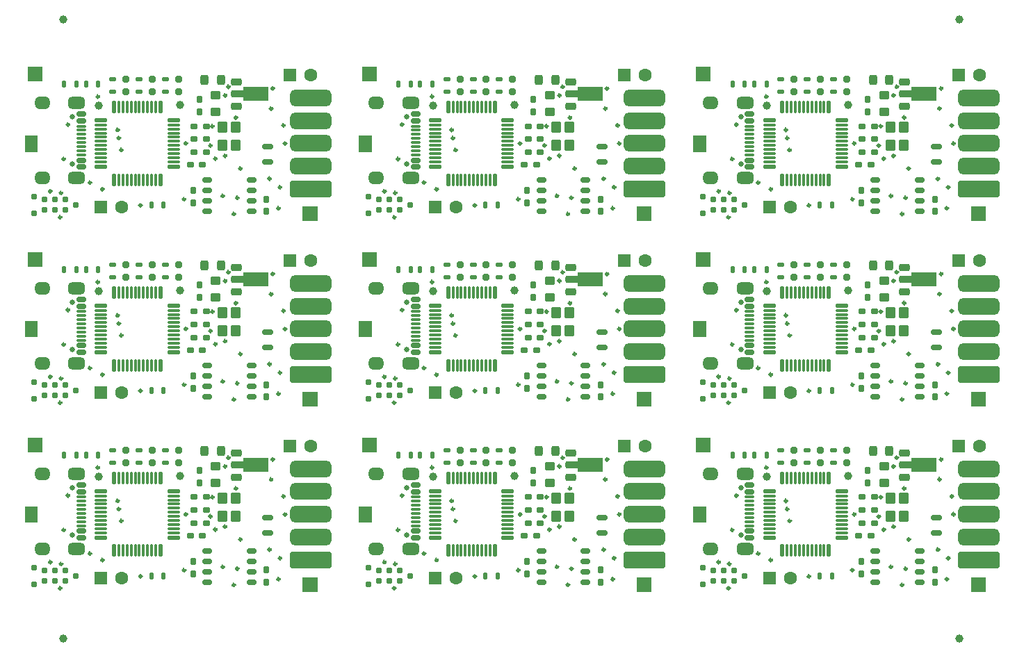
<source format=gts>
%TF.GenerationSoftware,KiCad,Pcbnew,7.0.5*%
%TF.CreationDate,2023-06-23T14:23:01+02:00*%
%TF.ProjectId,candleLightfd-S01_3x3,63616e64-6c65-44c6-9967-687466642d53,R01*%
%TF.SameCoordinates,PX54d44f0PY5fbfb80*%
%TF.FileFunction,Soldermask,Top*%
%TF.FilePolarity,Negative*%
%FSLAX46Y46*%
G04 Gerber Fmt 4.6, Leading zero omitted, Abs format (unit mm)*
G04 Created by KiCad (PCBNEW 7.0.5) date 2023-06-23 14:23:01*
%MOMM*%
%LPD*%
G01*
G04 APERTURE LIST*
G04 Aperture macros list*
%AMRoundRect*
0 Rectangle with rounded corners*
0 $1 Rounding radius*
0 $2 $3 $4 $5 $6 $7 $8 $9 X,Y pos of 4 corners*
0 Add a 4 corners polygon primitive as box body*
4,1,4,$2,$3,$4,$5,$6,$7,$8,$9,$2,$3,0*
0 Add four circle primitives for the rounded corners*
1,1,$1+$1,$2,$3*
1,1,$1+$1,$4,$5*
1,1,$1+$1,$6,$7*
1,1,$1+$1,$8,$9*
0 Add four rect primitives between the rounded corners*
20,1,$1+$1,$2,$3,$4,$5,0*
20,1,$1+$1,$4,$5,$6,$7,0*
20,1,$1+$1,$6,$7,$8,$9,0*
20,1,$1+$1,$8,$9,$2,$3,0*%
G04 Aperture macros list end*
%ADD10C,0.300000*%
%ADD11C,0.100000*%
%ADD12RoundRect,0.125000X0.125000X0.325000X-0.125000X0.325000X-0.125000X-0.325000X0.125000X-0.325000X0*%
%ADD13C,1.000000*%
%ADD14RoundRect,0.187500X0.212500X0.187500X-0.212500X0.187500X-0.212500X-0.187500X0.212500X-0.187500X0*%
%ADD15RoundRect,0.125000X-0.325000X0.125000X-0.325000X-0.125000X0.325000X-0.125000X0.325000X0.125000X0*%
%ADD16RoundRect,0.499500X-0.550500X0.250500X-0.550500X-0.250500X0.550500X-0.250500X0.550500X0.250500X0*%
%ADD17RoundRect,0.499500X-0.400500X0.250500X-0.400500X-0.250500X0.400500X-0.250500X0.400500X0.250500X0*%
%ADD18C,0.650000*%
%ADD19RoundRect,0.150000X-0.425000X0.150000X-0.425000X-0.150000X0.425000X-0.150000X0.425000X0.150000X0*%
%ADD20RoundRect,0.075000X-0.500000X0.075000X-0.500000X-0.075000X0.500000X-0.075000X0.500000X0.075000X0*%
%ADD21O,2.100000X1.000000*%
%ADD22O,1.800000X1.000000*%
%ADD23C,0.787000*%
%ADD24RoundRect,0.200000X-2.300000X0.800000X-2.300000X-0.800000X2.300000X-0.800000X2.300000X0.800000X0*%
%ADD25RoundRect,0.500000X-2.000000X0.500000X-2.000000X-0.500000X2.000000X-0.500000X2.000000X0.500000X0*%
%ADD26RoundRect,0.187500X0.187500X-0.212500X0.187500X0.212500X-0.187500X0.212500X-0.187500X-0.212500X0*%
%ADD27RoundRect,0.187500X-0.212500X-0.187500X0.212500X-0.187500X0.212500X0.187500X-0.212500X0.187500X0*%
%ADD28RoundRect,0.150000X-0.420000X-0.150000X0.420000X-0.150000X0.420000X0.150000X-0.420000X0.150000X0*%
%ADD29RoundRect,0.199390X-0.199390X0.199390X-0.199390X-0.199390X0.199390X-0.199390X0.199390X0.199390X0*%
%ADD30R,1.600000X1.600000*%
%ADD31C,1.600000*%
%ADD32RoundRect,0.125000X-0.125000X-0.325000X0.125000X-0.325000X0.125000X0.325000X-0.125000X0.325000X0*%
%ADD33RoundRect,0.250000X0.375000X-0.250000X0.375000X0.250000X-0.375000X0.250000X-0.375000X-0.250000X0*%
%ADD34RoundRect,0.115000X-0.460000X0.585000X-0.460000X-0.585000X0.460000X-0.585000X0.460000X0.585000X0*%
%ADD35RoundRect,0.125000X0.625000X0.125000X-0.625000X0.125000X-0.625000X-0.125000X0.625000X-0.125000X0*%
%ADD36RoundRect,0.070000X0.680000X0.070000X-0.680000X0.070000X-0.680000X-0.070000X0.680000X-0.070000X0*%
%ADD37RoundRect,0.125000X-0.125000X0.625000X-0.125000X-0.625000X0.125000X-0.625000X0.125000X0.625000X0*%
%ADD38RoundRect,0.070000X-0.070000X0.680000X-0.070000X-0.680000X0.070000X-0.680000X0.070000X0.680000X0*%
%ADD39RoundRect,0.125000X-0.625000X-0.125000X0.625000X-0.125000X0.625000X0.125000X-0.625000X0.125000X0*%
%ADD40RoundRect,0.070000X-0.680000X-0.070000X0.680000X-0.070000X0.680000X0.070000X-0.680000X0.070000X0*%
%ADD41RoundRect,0.125000X0.125000X-0.625000X0.125000X0.625000X-0.125000X0.625000X-0.125000X-0.625000X0*%
%ADD42RoundRect,0.070000X0.070000X-0.680000X0.070000X0.680000X-0.070000X0.680000X-0.070000X-0.680000X0*%
%ADD43RoundRect,0.225000X-0.425000X-0.225000X0.425000X-0.225000X0.425000X0.225000X-0.425000X0.225000X0*%
%ADD44RoundRect,0.225000X-0.775000X-0.225000X0.775000X-0.225000X0.775000X0.225000X-0.775000X0.225000X0*%
%ADD45RoundRect,0.225000X-1.337500X-0.641500X1.337500X-0.641500X1.337500X0.641500X-1.337500X0.641500X0*%
%ADD46RoundRect,0.175000X-0.475000X0.175000X-0.475000X-0.175000X0.475000X-0.175000X0.475000X0.175000X0*%
%ADD47RoundRect,0.250000X0.250000X0.375000X-0.250000X0.375000X-0.250000X-0.375000X0.250000X-0.375000X0*%
G04 APERTURE END LIST*
D10*
X87100000Y65099500D02*
G75*
G03*
X87100000Y65099500I-150000J0D01*
G01*
X111850000Y44450000D02*
G75*
G03*
X111850000Y44450000I-150000J0D01*
G01*
X5700000Y42499500D02*
G75*
G03*
X5700000Y42499500I-150000J0D01*
G01*
X5200000Y60900000D02*
G75*
G03*
X5200000Y60900000I-150000J0D01*
G01*
X112050000Y69500000D02*
G75*
G03*
X112050000Y69500000I-150000J0D01*
G01*
X112925500Y57462299D02*
G75*
G03*
X112925500Y57462299I-150000J0D01*
G01*
X19850000Y10800000D02*
G75*
G03*
X19850000Y10800000I-150000J0D01*
G01*
X105050000Y15750000D02*
G75*
G03*
X105050000Y15750000I-150000J0D01*
G01*
X30650000Y46900000D02*
G75*
G03*
X30650000Y46900000I-150000J0D01*
G01*
X45900000Y15700000D02*
G75*
G03*
X45900000Y15700000I-150000J0D01*
G01*
X23650000Y15750000D02*
G75*
G03*
X23650000Y15750000I-150000J0D01*
G01*
X91300500Y34630699D02*
G75*
G03*
X91300500Y34630699I-150000J0D01*
G01*
X32150500Y17600000D02*
G75*
G03*
X32150500Y17600000I-150000J0D01*
G01*
X9900500Y34630699D02*
G75*
G03*
X9900500Y34630699I-150000J0D01*
G01*
X31350000Y9700000D02*
G75*
G03*
X31350000Y9700000I-150000J0D01*
G01*
X52444115Y64437271D02*
G75*
G03*
X52444115Y64437271I-150000J0D01*
G01*
X24850000Y38700000D02*
G75*
G03*
X24850000Y38700000I-150000J0D01*
G01*
X70950000Y13300000D02*
G75*
G03*
X70950000Y13300000I-150000J0D01*
G01*
X5200000Y15700000D02*
G75*
G03*
X5200000Y15700000I-150000J0D01*
G01*
X30250000Y13300000D02*
G75*
G03*
X30250000Y13300000I-150000J0D01*
G01*
X101250000Y33400000D02*
G75*
G03*
X101250000Y33400000I-150000J0D01*
G01*
X67405074Y37144926D02*
G75*
G03*
X67405074Y37144926I-150000J0D01*
G01*
X24850000Y61300000D02*
G75*
G03*
X24850000Y61300000I-150000J0D01*
G01*
X55250000Y32650000D02*
G75*
G03*
X55250000Y32650000I-150000J0D01*
G01*
X105950000Y56400000D02*
G75*
G03*
X105950000Y56400000I-150000J0D01*
G01*
X11744115Y41837271D02*
G75*
G03*
X11744115Y41837271I-150000J0D01*
G01*
X106250000Y61300000D02*
G75*
G03*
X106250000Y61300000I-150000J0D01*
G01*
X46400000Y42499500D02*
G75*
G03*
X46400000Y42499500I-150000J0D01*
G01*
X86150000Y53800000D02*
G75*
G03*
X86150000Y53800000I-150000J0D01*
G01*
X71350000Y24300000D02*
G75*
G03*
X71350000Y24300000I-150000J0D01*
G01*
X106250000Y46050000D02*
G75*
G03*
X106250000Y46050000I-150000J0D01*
G01*
X31350000Y32300000D02*
G75*
G03*
X31350000Y32300000I-150000J0D01*
G01*
X101250000Y10800000D02*
G75*
G03*
X101250000Y10800000I-150000J0D01*
G01*
X65550000Y16100000D02*
G75*
G03*
X65550000Y16100000I-150000J0D01*
G01*
X23050000Y62550000D02*
G75*
G03*
X23050000Y62550000I-150000J0D01*
G01*
X67025500Y56174500D02*
G75*
G03*
X67025500Y56174500I-150000J0D01*
G01*
X65950000Y24500000D02*
G75*
G03*
X65950000Y24500000I-150000J0D01*
G01*
X71350000Y69500000D02*
G75*
G03*
X71350000Y69500000I-150000J0D01*
G01*
X11900000Y40850000D02*
G75*
G03*
X11900000Y40850000I-150000J0D01*
G01*
X50600500Y34630699D02*
G75*
G03*
X50600500Y34630699I-150000J0D01*
G01*
X93144115Y41837271D02*
G75*
G03*
X93144115Y41837271I-150000J0D01*
G01*
X4866784Y56759625D02*
G75*
G03*
X4866784Y56759625I-150000J0D01*
G01*
X64350000Y60950000D02*
G75*
G03*
X64350000Y60950000I-150000J0D01*
G01*
X26150000Y65950000D02*
G75*
G03*
X26150000Y65950000I-150000J0D01*
G01*
X44250000Y56975500D02*
G75*
G03*
X44250000Y56975500I-150000J0D01*
G01*
X50600500Y12030699D02*
G75*
G03*
X50600500Y12030699I-150000J0D01*
G01*
X86150000Y8600000D02*
G75*
G03*
X86150000Y8600000I-150000J0D01*
G01*
X107725500Y56174500D02*
G75*
G03*
X107725500Y56174500I-150000J0D01*
G01*
X30450000Y21850000D02*
G75*
G03*
X30450000Y21850000I-150000J0D01*
G01*
X67025500Y33574500D02*
G75*
G03*
X67025500Y33574500I-150000J0D01*
G01*
X66850000Y43350000D02*
G75*
G03*
X66850000Y43350000I-150000J0D01*
G01*
X106650000Y47100000D02*
G75*
G03*
X106650000Y47100000I-150000J0D01*
G01*
X11744115Y19237271D02*
G75*
G03*
X11744115Y19237271I-150000J0D01*
G01*
X30250000Y35900000D02*
G75*
G03*
X30250000Y35900000I-150000J0D01*
G01*
X112750000Y32300000D02*
G75*
G03*
X112750000Y32300000I-150000J0D01*
G01*
X19850000Y56000000D02*
G75*
G03*
X19850000Y56000000I-150000J0D01*
G01*
X65550000Y38700000D02*
G75*
G03*
X65550000Y38700000I-150000J0D01*
G01*
X44250000Y11775500D02*
G75*
G03*
X44250000Y11775500I-150000J0D01*
G01*
X4866784Y11559625D02*
G75*
G03*
X4866784Y11559625I-150000J0D01*
G01*
X8375500Y12824500D02*
G75*
G03*
X8375500Y12824500I-150000J0D01*
G01*
X12200000Y16800000D02*
G75*
G03*
X12200000Y16800000I-150000J0D01*
G01*
X49075500Y12824500D02*
G75*
G03*
X49075500Y12824500I-150000J0D01*
G01*
X87100000Y42499500D02*
G75*
G03*
X87100000Y42499500I-150000J0D01*
G01*
X104450000Y62550000D02*
G75*
G03*
X104450000Y62550000I-150000J0D01*
G01*
X64000000Y42300000D02*
G75*
G03*
X64000000Y42300000I-150000J0D01*
G01*
X45566784Y11559625D02*
G75*
G03*
X45566784Y11559625I-150000J0D01*
G01*
X107300000Y54200000D02*
G75*
G03*
X107300000Y54200000I-150000J0D01*
G01*
X70950000Y35900000D02*
G75*
G03*
X70950000Y35900000I-150000J0D01*
G01*
X32150500Y40200000D02*
G75*
G03*
X32150500Y40200000I-150000J0D01*
G01*
X31525500Y12262299D02*
G75*
G03*
X31525500Y12262299I-150000J0D01*
G01*
X89775500Y12824500D02*
G75*
G03*
X89775500Y12824500I-150000J0D01*
G01*
X72225500Y34862299D02*
G75*
G03*
X72225500Y34862299I-150000J0D01*
G01*
X72650000Y19800000D02*
G75*
G03*
X72650000Y19800000I-150000J0D01*
G01*
X65950000Y47100000D02*
G75*
G03*
X65950000Y47100000I-150000J0D01*
G01*
X72050000Y54900000D02*
G75*
G03*
X72050000Y54900000I-150000J0D01*
G01*
X19850000Y33400000D02*
G75*
G03*
X19850000Y33400000I-150000J0D01*
G01*
X9350000Y45900000D02*
G75*
G03*
X9350000Y45900000I-150000J0D01*
G01*
X45450000Y53800000D02*
G75*
G03*
X45450000Y53800000I-150000J0D01*
G01*
X25900000Y54200000D02*
G75*
G03*
X25900000Y54200000I-150000J0D01*
G01*
X89775500Y35424500D02*
G75*
G03*
X89775500Y35424500I-150000J0D01*
G01*
X52600000Y18250000D02*
G75*
G03*
X52600000Y18250000I-150000J0D01*
G01*
X11744115Y64437271D02*
G75*
G03*
X11744115Y64437271I-150000J0D01*
G01*
X93300000Y40850000D02*
G75*
G03*
X93300000Y40850000I-150000J0D01*
G01*
X23050000Y17350000D02*
G75*
G03*
X23050000Y17350000I-150000J0D01*
G01*
X113550500Y40200000D02*
G75*
G03*
X113550500Y40200000I-150000J0D01*
G01*
X113550500Y17600000D02*
G75*
G03*
X113550500Y17600000I-150000J0D01*
G01*
X86266784Y34159625D02*
G75*
G03*
X86266784Y34159625I-150000J0D01*
G01*
X112750000Y54900000D02*
G75*
G03*
X112750000Y54900000I-150000J0D01*
G01*
X46400000Y19899500D02*
G75*
G03*
X46400000Y19899500I-150000J0D01*
G01*
X105950000Y11200000D02*
G75*
G03*
X105950000Y11200000I-150000J0D01*
G01*
X106250000Y23450000D02*
G75*
G03*
X106250000Y23450000I-150000J0D01*
G01*
X45900000Y38300000D02*
G75*
G03*
X45900000Y38300000I-150000J0D01*
G01*
X49075500Y35424500D02*
G75*
G03*
X49075500Y35424500I-150000J0D01*
G01*
X65550000Y46050000D02*
G75*
G03*
X65550000Y46050000I-150000J0D01*
G01*
X86600000Y60900000D02*
G75*
G03*
X86600000Y60900000I-150000J0D01*
G01*
X84950000Y11775500D02*
G75*
G03*
X84950000Y11775500I-150000J0D01*
G01*
X105950000Y33800000D02*
G75*
G03*
X105950000Y33800000I-150000J0D01*
G01*
X8375500Y35424500D02*
G75*
G03*
X8375500Y35424500I-150000J0D01*
G01*
X26705074Y59744926D02*
G75*
G03*
X26705074Y59744926I-150000J0D01*
G01*
X93600000Y62000000D02*
G75*
G03*
X93600000Y62000000I-150000J0D01*
G01*
X60550000Y56000000D02*
G75*
G03*
X60550000Y56000000I-150000J0D01*
G01*
X65250000Y11200000D02*
G75*
G03*
X65250000Y11200000I-150000J0D01*
G01*
X23300000Y64900000D02*
G75*
G03*
X23300000Y64900000I-150000J0D01*
G01*
X101250000Y56000000D02*
G75*
G03*
X101250000Y56000000I-150000J0D01*
G01*
X52900000Y16800000D02*
G75*
G03*
X52900000Y16800000I-150000J0D01*
G01*
X24550000Y56400000D02*
G75*
G03*
X24550000Y56400000I-150000J0D01*
G01*
X31950000Y19800000D02*
G75*
G03*
X31950000Y19800000I-150000J0D01*
G01*
X24550000Y33800000D02*
G75*
G03*
X24550000Y33800000I-150000J0D01*
G01*
X55250000Y10050000D02*
G75*
G03*
X55250000Y10050000I-150000J0D01*
G01*
X64000000Y19700000D02*
G75*
G03*
X64000000Y19700000I-150000J0D01*
G01*
X104700000Y64900000D02*
G75*
G03*
X104700000Y64900000I-150000J0D01*
G01*
X72850500Y40200000D02*
G75*
G03*
X72850500Y40200000I-150000J0D01*
G01*
X32150500Y62800000D02*
G75*
G03*
X32150500Y62800000I-150000J0D01*
G01*
X12200000Y62000000D02*
G75*
G03*
X12200000Y62000000I-150000J0D01*
G01*
X112050000Y46900000D02*
G75*
G03*
X112050000Y46900000I-150000J0D01*
G01*
X60550000Y33400000D02*
G75*
G03*
X60550000Y33400000I-150000J0D01*
G01*
X65550000Y68650000D02*
G75*
G03*
X65550000Y68650000I-150000J0D01*
G01*
X45900000Y60900000D02*
G75*
G03*
X45900000Y60900000I-150000J0D01*
G01*
X93600000Y39400000D02*
G75*
G03*
X93600000Y39400000I-150000J0D01*
G01*
X4750000Y53800000D02*
G75*
G03*
X4750000Y53800000I-150000J0D01*
G01*
X55250000Y55250000D02*
G75*
G03*
X55250000Y55250000I-150000J0D01*
G01*
X52900000Y39400000D02*
G75*
G03*
X52900000Y39400000I-150000J0D01*
G01*
X31525500Y34862299D02*
G75*
G03*
X31525500Y34862299I-150000J0D01*
G01*
X84950000Y34375500D02*
G75*
G03*
X84950000Y34375500I-150000J0D01*
G01*
X23300000Y42300000D02*
G75*
G03*
X23300000Y42300000I-150000J0D01*
G01*
X44250000Y34375500D02*
G75*
G03*
X44250000Y34375500I-150000J0D01*
G01*
X20067241Y62807357D02*
G75*
G03*
X20067241Y62807357I-150000J0D01*
G01*
X93300000Y18250000D02*
G75*
G03*
X93300000Y18250000I-150000J0D01*
G01*
X60550000Y10800000D02*
G75*
G03*
X60550000Y10800000I-150000J0D01*
G01*
X66600000Y54200000D02*
G75*
G03*
X66600000Y54200000I-150000J0D01*
G01*
X65250000Y56400000D02*
G75*
G03*
X65250000Y56400000I-150000J0D01*
G01*
X71150000Y67050000D02*
G75*
G03*
X71150000Y67050000I-150000J0D01*
G01*
X101467241Y17607357D02*
G75*
G03*
X101467241Y17607357I-150000J0D01*
G01*
X52444115Y19237271D02*
G75*
G03*
X52444115Y19237271I-150000J0D01*
G01*
X65950000Y69700000D02*
G75*
G03*
X65950000Y69700000I-150000J0D01*
G01*
X45450000Y8600000D02*
G75*
G03*
X45450000Y8600000I-150000J0D01*
G01*
X91300500Y12030699D02*
G75*
G03*
X91300500Y12030699I-150000J0D01*
G01*
X105050000Y38350000D02*
G75*
G03*
X105050000Y38350000I-150000J0D01*
G01*
X72850500Y17600000D02*
G75*
G03*
X72850500Y17600000I-150000J0D01*
G01*
X113350000Y42400000D02*
G75*
G03*
X113350000Y42400000I-150000J0D01*
G01*
X86600000Y38300000D02*
G75*
G03*
X86600000Y38300000I-150000J0D01*
G01*
X52600000Y40850000D02*
G75*
G03*
X52600000Y40850000I-150000J0D01*
G01*
X24550000Y11200000D02*
G75*
G03*
X24550000Y11200000I-150000J0D01*
G01*
X45566784Y56759625D02*
G75*
G03*
X45566784Y56759625I-150000J0D01*
G01*
X30450000Y67050000D02*
G75*
G03*
X30450000Y67050000I-150000J0D01*
G01*
X52900000Y62000000D02*
G75*
G03*
X52900000Y62000000I-150000J0D01*
G01*
X112925500Y34862299D02*
G75*
G03*
X112925500Y34862299I-150000J0D01*
G01*
X90750000Y45900000D02*
G75*
G03*
X90750000Y45900000I-150000J0D01*
G01*
X24850000Y23450000D02*
G75*
G03*
X24850000Y23450000I-150000J0D01*
G01*
X95950000Y32650000D02*
G75*
G03*
X95950000Y32650000I-150000J0D01*
G01*
X71150000Y44450000D02*
G75*
G03*
X71150000Y44450000I-150000J0D01*
G01*
X11900000Y63450000D02*
G75*
G03*
X11900000Y63450000I-150000J0D01*
G01*
X89775500Y58024500D02*
G75*
G03*
X89775500Y58024500I-150000J0D01*
G01*
X104700000Y42300000D02*
G75*
G03*
X104700000Y42300000I-150000J0D01*
G01*
X14550000Y10050000D02*
G75*
G03*
X14550000Y10050000I-150000J0D01*
G01*
X30250000Y58500000D02*
G75*
G03*
X30250000Y58500000I-150000J0D01*
G01*
X72850500Y62800000D02*
G75*
G03*
X72850500Y62800000I-150000J0D01*
G01*
X4750000Y8600000D02*
G75*
G03*
X4750000Y8600000I-150000J0D01*
G01*
X65550000Y23450000D02*
G75*
G03*
X65550000Y23450000I-150000J0D01*
G01*
X46400000Y65099500D02*
G75*
G03*
X46400000Y65099500I-150000J0D01*
G01*
X26150000Y20750000D02*
G75*
G03*
X26150000Y20750000I-150000J0D01*
G01*
X95950000Y55250000D02*
G75*
G03*
X95950000Y55250000I-150000J0D01*
G01*
X111650000Y13300000D02*
G75*
G03*
X111650000Y13300000I-150000J0D01*
G01*
X31350000Y54900000D02*
G75*
G03*
X31350000Y54900000I-150000J0D01*
G01*
X108105074Y37144926D02*
G75*
G03*
X108105074Y37144926I-150000J0D01*
G01*
X90750000Y68500000D02*
G75*
G03*
X90750000Y68500000I-150000J0D01*
G01*
X90750000Y23300000D02*
G75*
G03*
X90750000Y23300000I-150000J0D01*
G01*
X106250000Y16100000D02*
G75*
G03*
X106250000Y16100000I-150000J0D01*
G01*
X111850000Y21850000D02*
G75*
G03*
X111850000Y21850000I-150000J0D01*
G01*
X26705074Y37144926D02*
G75*
G03*
X26705074Y37144926I-150000J0D01*
G01*
X72225500Y12262299D02*
G75*
G03*
X72225500Y12262299I-150000J0D01*
G01*
X107550000Y43350000D02*
G75*
G03*
X107550000Y43350000I-150000J0D01*
G01*
X25900000Y9000000D02*
G75*
G03*
X25900000Y9000000I-150000J0D01*
G01*
X104450000Y17350000D02*
G75*
G03*
X104450000Y17350000I-150000J0D01*
G01*
X4750000Y31200000D02*
G75*
G03*
X4750000Y31200000I-150000J0D01*
G01*
X26150000Y43350000D02*
G75*
G03*
X26150000Y43350000I-150000J0D01*
G01*
X93144115Y64437271D02*
G75*
G03*
X93144115Y64437271I-150000J0D01*
G01*
X64000000Y64900000D02*
G75*
G03*
X64000000Y64900000I-150000J0D01*
G01*
X5700000Y19899500D02*
G75*
G03*
X5700000Y19899500I-150000J0D01*
G01*
X30650000Y69500000D02*
G75*
G03*
X30650000Y69500000I-150000J0D01*
G01*
X91300500Y57230699D02*
G75*
G03*
X91300500Y57230699I-150000J0D01*
G01*
X72050000Y9700000D02*
G75*
G03*
X72050000Y9700000I-150000J0D01*
G01*
X71350000Y46900000D02*
G75*
G03*
X71350000Y46900000I-150000J0D01*
G01*
X71150000Y21850000D02*
G75*
G03*
X71150000Y21850000I-150000J0D01*
G01*
X111850000Y67050000D02*
G75*
G03*
X111850000Y67050000I-150000J0D01*
G01*
X104700000Y19700000D02*
G75*
G03*
X104700000Y19700000I-150000J0D01*
G01*
X93144115Y19237271D02*
G75*
G03*
X93144115Y19237271I-150000J0D01*
G01*
X66600000Y9000000D02*
G75*
G03*
X66600000Y9000000I-150000J0D01*
G01*
X86600000Y15700000D02*
G75*
G03*
X86600000Y15700000I-150000J0D01*
G01*
X50050000Y23300000D02*
G75*
G03*
X50050000Y23300000I-150000J0D01*
G01*
X30450000Y44450000D02*
G75*
G03*
X30450000Y44450000I-150000J0D01*
G01*
X60767241Y62807357D02*
G75*
G03*
X60767241Y62807357I-150000J0D01*
G01*
X9350000Y68500000D02*
G75*
G03*
X9350000Y68500000I-150000J0D01*
G01*
X70950000Y58500000D02*
G75*
G03*
X70950000Y58500000I-150000J0D01*
G01*
X45566784Y34159625D02*
G75*
G03*
X45566784Y34159625I-150000J0D01*
G01*
X52444115Y41837271D02*
G75*
G03*
X52444115Y41837271I-150000J0D01*
G01*
X106650000Y69700000D02*
G75*
G03*
X106650000Y69700000I-150000J0D01*
G01*
X113350000Y65000000D02*
G75*
G03*
X113350000Y65000000I-150000J0D01*
G01*
X26325500Y56174500D02*
G75*
G03*
X26325500Y56174500I-150000J0D01*
G01*
X9900500Y12030699D02*
G75*
G03*
X9900500Y12030699I-150000J0D01*
G01*
X60767241Y40207357D02*
G75*
G03*
X60767241Y40207357I-150000J0D01*
G01*
X20067241Y17607357D02*
G75*
G03*
X20067241Y17607357I-150000J0D01*
G01*
X113550500Y62800000D02*
G75*
G03*
X113550500Y62800000I-150000J0D01*
G01*
X101467241Y40207357D02*
G75*
G03*
X101467241Y40207357I-150000J0D01*
G01*
X63750000Y62550000D02*
G75*
G03*
X63750000Y62550000I-150000J0D01*
G01*
X67405074Y59744926D02*
G75*
G03*
X67405074Y59744926I-150000J0D01*
G01*
X30650000Y24300000D02*
G75*
G03*
X30650000Y24300000I-150000J0D01*
G01*
X113350000Y19800000D02*
G75*
G03*
X113350000Y19800000I-150000J0D01*
G01*
X66600000Y31600000D02*
G75*
G03*
X66600000Y31600000I-150000J0D01*
G01*
X67405074Y14544926D02*
G75*
G03*
X67405074Y14544926I-150000J0D01*
G01*
X24850000Y68650000D02*
G75*
G03*
X24850000Y68650000I-150000J0D01*
G01*
X14550000Y55250000D02*
G75*
G03*
X14550000Y55250000I-150000J0D01*
G01*
X49075500Y58024500D02*
G75*
G03*
X49075500Y58024500I-150000J0D01*
G01*
X31525500Y57462299D02*
G75*
G03*
X31525500Y57462299I-150000J0D01*
G01*
X106250000Y68650000D02*
G75*
G03*
X106250000Y68650000I-150000J0D01*
G01*
X11900000Y18250000D02*
G75*
G03*
X11900000Y18250000I-150000J0D01*
G01*
X12200000Y39400000D02*
G75*
G03*
X12200000Y39400000I-150000J0D01*
G01*
X50050000Y68500000D02*
G75*
G03*
X50050000Y68500000I-150000J0D01*
G01*
X105050000Y60950000D02*
G75*
G03*
X105050000Y60950000I-150000J0D01*
G01*
X106250000Y38700000D02*
G75*
G03*
X106250000Y38700000I-150000J0D01*
G01*
X112750000Y9700000D02*
G75*
G03*
X112750000Y9700000I-150000J0D01*
G01*
X106650000Y24500000D02*
G75*
G03*
X106650000Y24500000I-150000J0D01*
G01*
X25250000Y69700000D02*
G75*
G03*
X25250000Y69700000I-150000J0D01*
G01*
X107725500Y10974500D02*
G75*
G03*
X107725500Y10974500I-150000J0D01*
G01*
X107300000Y31600000D02*
G75*
G03*
X107300000Y31600000I-150000J0D01*
G01*
X86150000Y31200000D02*
G75*
G03*
X86150000Y31200000I-150000J0D01*
G01*
X108105074Y14544926D02*
G75*
G03*
X108105074Y14544926I-150000J0D01*
G01*
X87100000Y19899500D02*
G75*
G03*
X87100000Y19899500I-150000J0D01*
G01*
X107725500Y33574500D02*
G75*
G03*
X107725500Y33574500I-150000J0D01*
G01*
X84950000Y56975500D02*
G75*
G03*
X84950000Y56975500I-150000J0D01*
G01*
X86266784Y56759625D02*
G75*
G03*
X86266784Y56759625I-150000J0D01*
G01*
X52600000Y63450000D02*
G75*
G03*
X52600000Y63450000I-150000J0D01*
G01*
X63750000Y17350000D02*
G75*
G03*
X63750000Y17350000I-150000J0D01*
G01*
X108105074Y59744926D02*
G75*
G03*
X108105074Y59744926I-150000J0D01*
G01*
X107550000Y65950000D02*
G75*
G03*
X107550000Y65950000I-150000J0D01*
G01*
X93300000Y63450000D02*
G75*
G03*
X93300000Y63450000I-150000J0D01*
G01*
X72050000Y32300000D02*
G75*
G03*
X72050000Y32300000I-150000J0D01*
G01*
X24850000Y46050000D02*
G75*
G03*
X24850000Y46050000I-150000J0D01*
G01*
X9900500Y57230699D02*
G75*
G03*
X9900500Y57230699I-150000J0D01*
G01*
X14550000Y32650000D02*
G75*
G03*
X14550000Y32650000I-150000J0D01*
G01*
X112050000Y24300000D02*
G75*
G03*
X112050000Y24300000I-150000J0D01*
G01*
X26325500Y33574500D02*
G75*
G03*
X26325500Y33574500I-150000J0D01*
G01*
X66850000Y65950000D02*
G75*
G03*
X66850000Y65950000I-150000J0D01*
G01*
X25900000Y31600000D02*
G75*
G03*
X25900000Y31600000I-150000J0D01*
G01*
X24850000Y16100000D02*
G75*
G03*
X24850000Y16100000I-150000J0D01*
G01*
X101467241Y62807357D02*
G75*
G03*
X101467241Y62807357I-150000J0D01*
G01*
X3550000Y56975500D02*
G75*
G03*
X3550000Y56975500I-150000J0D01*
G01*
X45450000Y31200000D02*
G75*
G03*
X45450000Y31200000I-150000J0D01*
G01*
X8375500Y58024500D02*
G75*
G03*
X8375500Y58024500I-150000J0D01*
G01*
X111650000Y58500000D02*
G75*
G03*
X111650000Y58500000I-150000J0D01*
G01*
X64350000Y38350000D02*
G75*
G03*
X64350000Y38350000I-150000J0D01*
G01*
X50050000Y45900000D02*
G75*
G03*
X50050000Y45900000I-150000J0D01*
G01*
X67025500Y10974500D02*
G75*
G03*
X67025500Y10974500I-150000J0D01*
G01*
X50600500Y57230699D02*
G75*
G03*
X50600500Y57230699I-150000J0D01*
G01*
X5700000Y65099500D02*
G75*
G03*
X5700000Y65099500I-150000J0D01*
G01*
X72650000Y65000000D02*
G75*
G03*
X72650000Y65000000I-150000J0D01*
G01*
X107300000Y9000000D02*
G75*
G03*
X107300000Y9000000I-150000J0D01*
G01*
X107550000Y20750000D02*
G75*
G03*
X107550000Y20750000I-150000J0D01*
G01*
X63750000Y39950000D02*
G75*
G03*
X63750000Y39950000I-150000J0D01*
G01*
X3550000Y11775500D02*
G75*
G03*
X3550000Y11775500I-150000J0D01*
G01*
X66850000Y20750000D02*
G75*
G03*
X66850000Y20750000I-150000J0D01*
G01*
X104450000Y39950000D02*
G75*
G03*
X104450000Y39950000I-150000J0D01*
G01*
X23650000Y60950000D02*
G75*
G03*
X23650000Y60950000I-150000J0D01*
G01*
X95950000Y10050000D02*
G75*
G03*
X95950000Y10050000I-150000J0D01*
G01*
X112925500Y12262299D02*
G75*
G03*
X112925500Y12262299I-150000J0D01*
G01*
X20067241Y40207357D02*
G75*
G03*
X20067241Y40207357I-150000J0D01*
G01*
X65550000Y61300000D02*
G75*
G03*
X65550000Y61300000I-150000J0D01*
G01*
X111650000Y35900000D02*
G75*
G03*
X111650000Y35900000I-150000J0D01*
G01*
X4866784Y34159625D02*
G75*
G03*
X4866784Y34159625I-150000J0D01*
G01*
X31950000Y42400000D02*
G75*
G03*
X31950000Y42400000I-150000J0D01*
G01*
X65250000Y33800000D02*
G75*
G03*
X65250000Y33800000I-150000J0D01*
G01*
X64350000Y15750000D02*
G75*
G03*
X64350000Y15750000I-150000J0D01*
G01*
X5200000Y38300000D02*
G75*
G03*
X5200000Y38300000I-150000J0D01*
G01*
X3550000Y34375500D02*
G75*
G03*
X3550000Y34375500I-150000J0D01*
G01*
X25250000Y24500000D02*
G75*
G03*
X25250000Y24500000I-150000J0D01*
G01*
X23650000Y38350000D02*
G75*
G03*
X23650000Y38350000I-150000J0D01*
G01*
X60767241Y17607357D02*
G75*
G03*
X60767241Y17607357I-150000J0D01*
G01*
X72650000Y42400000D02*
G75*
G03*
X72650000Y42400000I-150000J0D01*
G01*
X23300000Y19700000D02*
G75*
G03*
X23300000Y19700000I-150000J0D01*
G01*
X93600000Y16800000D02*
G75*
G03*
X93600000Y16800000I-150000J0D01*
G01*
X26705074Y14544926D02*
G75*
G03*
X26705074Y14544926I-150000J0D01*
G01*
X31950000Y65000000D02*
G75*
G03*
X31950000Y65000000I-150000J0D01*
G01*
X26325500Y10974500D02*
G75*
G03*
X26325500Y10974500I-150000J0D01*
G01*
X9350000Y23300000D02*
G75*
G03*
X9350000Y23300000I-150000J0D01*
G01*
X72225500Y57462299D02*
G75*
G03*
X72225500Y57462299I-150000J0D01*
G01*
X25250000Y47100000D02*
G75*
G03*
X25250000Y47100000I-150000J0D01*
G01*
X23050000Y39950000D02*
G75*
G03*
X23050000Y39950000I-150000J0D01*
G01*
X86266784Y11559625D02*
G75*
G03*
X86266784Y11559625I-150000J0D01*
G01*
%TO.C,NB2*%
D11*
X42500000Y61850000D02*
X41000000Y61850000D01*
X41000000Y63750000D01*
X42500000Y63750000D01*
X42500000Y61850000D01*
G36*
X42500000Y61850000D02*
G01*
X41000000Y61850000D01*
X41000000Y63750000D01*
X42500000Y63750000D01*
X42500000Y61850000D01*
G37*
%TO.C,NB3*%
X117250000Y30850000D02*
X115550000Y30850000D01*
X115550000Y32550000D01*
X117250000Y32550000D01*
X117250000Y30850000D01*
G36*
X117250000Y30850000D02*
G01*
X115550000Y30850000D01*
X115550000Y32550000D01*
X117250000Y32550000D01*
X117250000Y30850000D01*
G37*
%TO.C,NB4*%
X43050000Y47850000D02*
X41350000Y47850000D01*
X41350000Y49550000D01*
X43050000Y49550000D01*
X43050000Y47850000D01*
G36*
X43050000Y47850000D02*
G01*
X41350000Y47850000D01*
X41350000Y49550000D01*
X43050000Y49550000D01*
X43050000Y47850000D01*
G37*
%TO.C,NB2*%
X42500000Y16650000D02*
X41000000Y16650000D01*
X41000000Y18550000D01*
X42500000Y18550000D01*
X42500000Y16650000D01*
G36*
X42500000Y16650000D02*
G01*
X41000000Y16650000D01*
X41000000Y18550000D01*
X42500000Y18550000D01*
X42500000Y16650000D01*
G37*
%TO.C,NB4*%
X43050000Y25250000D02*
X41350000Y25250000D01*
X41350000Y26950000D01*
X43050000Y26950000D01*
X43050000Y25250000D01*
G36*
X43050000Y25250000D02*
G01*
X41350000Y25250000D01*
X41350000Y26950000D01*
X43050000Y26950000D01*
X43050000Y25250000D01*
G37*
%TO.C,NB2*%
X83200000Y61850000D02*
X81700000Y61850000D01*
X81700000Y63750000D01*
X83200000Y63750000D01*
X83200000Y61850000D01*
G36*
X83200000Y61850000D02*
G01*
X81700000Y61850000D01*
X81700000Y63750000D01*
X83200000Y63750000D01*
X83200000Y61850000D01*
G37*
X1800000Y61850000D02*
X300000Y61850000D01*
X300000Y63750000D01*
X1800000Y63750000D01*
X1800000Y61850000D01*
G36*
X1800000Y61850000D02*
G01*
X300000Y61850000D01*
X300000Y63750000D01*
X1800000Y63750000D01*
X1800000Y61850000D01*
G37*
%TO.C,NB3*%
X117250000Y8250000D02*
X115550000Y8250000D01*
X115550000Y9950000D01*
X117250000Y9950000D01*
X117250000Y8250000D01*
G36*
X117250000Y8250000D02*
G01*
X115550000Y8250000D01*
X115550000Y9950000D01*
X117250000Y9950000D01*
X117250000Y8250000D01*
G37*
%TO.C,NB4*%
X2350000Y70450000D02*
X650000Y70450000D01*
X650000Y72150000D01*
X2350000Y72150000D01*
X2350000Y70450000D01*
G36*
X2350000Y70450000D02*
G01*
X650000Y70450000D01*
X650000Y72150000D01*
X2350000Y72150000D01*
X2350000Y70450000D01*
G37*
X83750000Y47850000D02*
X82050000Y47850000D01*
X82050000Y49550000D01*
X83750000Y49550000D01*
X83750000Y47850000D01*
G36*
X83750000Y47850000D02*
G01*
X82050000Y47850000D01*
X82050000Y49550000D01*
X83750000Y49550000D01*
X83750000Y47850000D01*
G37*
%TO.C,NB2*%
X83200000Y39250000D02*
X81700000Y39250000D01*
X81700000Y41150000D01*
X83200000Y41150000D01*
X83200000Y39250000D01*
G36*
X83200000Y39250000D02*
G01*
X81700000Y39250000D01*
X81700000Y41150000D01*
X83200000Y41150000D01*
X83200000Y39250000D01*
G37*
%TO.C,NB3*%
X76550000Y8250000D02*
X74850000Y8250000D01*
X74850000Y9950000D01*
X76550000Y9950000D01*
X76550000Y8250000D01*
G36*
X76550000Y8250000D02*
G01*
X74850000Y8250000D01*
X74850000Y9950000D01*
X76550000Y9950000D01*
X76550000Y8250000D01*
G37*
%TO.C,NB2*%
X83200000Y16650000D02*
X81700000Y16650000D01*
X81700000Y18550000D01*
X83200000Y18550000D01*
X83200000Y16650000D01*
G36*
X83200000Y16650000D02*
G01*
X81700000Y16650000D01*
X81700000Y18550000D01*
X83200000Y18550000D01*
X83200000Y16650000D01*
G37*
X1800000Y16650000D02*
X300000Y16650000D01*
X300000Y18550000D01*
X1800000Y18550000D01*
X1800000Y16650000D01*
G36*
X1800000Y16650000D02*
G01*
X300000Y16650000D01*
X300000Y18550000D01*
X1800000Y18550000D01*
X1800000Y16650000D01*
G37*
%TO.C,NB3*%
X76550000Y30850000D02*
X74850000Y30850000D01*
X74850000Y32550000D01*
X76550000Y32550000D01*
X76550000Y30850000D01*
G36*
X76550000Y30850000D02*
G01*
X74850000Y30850000D01*
X74850000Y32550000D01*
X76550000Y32550000D01*
X76550000Y30850000D01*
G37*
%TO.C,NB2*%
X1800000Y39250000D02*
X300000Y39250000D01*
X300000Y41150000D01*
X1800000Y41150000D01*
X1800000Y39250000D01*
G36*
X1800000Y39250000D02*
G01*
X300000Y39250000D01*
X300000Y41150000D01*
X1800000Y41150000D01*
X1800000Y39250000D01*
G37*
%TO.C,NB4*%
X83750000Y25250000D02*
X82050000Y25250000D01*
X82050000Y26950000D01*
X83750000Y26950000D01*
X83750000Y25250000D01*
G36*
X83750000Y25250000D02*
G01*
X82050000Y25250000D01*
X82050000Y26950000D01*
X83750000Y26950000D01*
X83750000Y25250000D01*
G37*
%TO.C,NB3*%
X35850000Y53450000D02*
X34150000Y53450000D01*
X34150000Y55150000D01*
X35850000Y55150000D01*
X35850000Y53450000D01*
G36*
X35850000Y53450000D02*
G01*
X34150000Y53450000D01*
X34150000Y55150000D01*
X35850000Y55150000D01*
X35850000Y53450000D01*
G37*
%TO.C,NB2*%
X42500000Y39250000D02*
X41000000Y39250000D01*
X41000000Y41150000D01*
X42500000Y41150000D01*
X42500000Y39250000D01*
G36*
X42500000Y39250000D02*
G01*
X41000000Y39250000D01*
X41000000Y41150000D01*
X42500000Y41150000D01*
X42500000Y39250000D01*
G37*
%TO.C,NB4*%
X43050000Y70450000D02*
X41350000Y70450000D01*
X41350000Y72150000D01*
X43050000Y72150000D01*
X43050000Y70450000D01*
G36*
X43050000Y70450000D02*
G01*
X41350000Y70450000D01*
X41350000Y72150000D01*
X43050000Y72150000D01*
X43050000Y70450000D01*
G37*
%TO.C,NB3*%
X76550000Y53450000D02*
X74850000Y53450000D01*
X74850000Y55150000D01*
X76550000Y55150000D01*
X76550000Y53450000D01*
G36*
X76550000Y53450000D02*
G01*
X74850000Y53450000D01*
X74850000Y55150000D01*
X76550000Y55150000D01*
X76550000Y53450000D01*
G37*
%TO.C,NB4*%
X83750000Y70450000D02*
X82050000Y70450000D01*
X82050000Y72150000D01*
X83750000Y72150000D01*
X83750000Y70450000D01*
G36*
X83750000Y70450000D02*
G01*
X82050000Y70450000D01*
X82050000Y72150000D01*
X83750000Y72150000D01*
X83750000Y70450000D01*
G37*
%TO.C,NB3*%
X35850000Y30850000D02*
X34150000Y30850000D01*
X34150000Y32550000D01*
X35850000Y32550000D01*
X35850000Y30850000D01*
G36*
X35850000Y30850000D02*
G01*
X34150000Y30850000D01*
X34150000Y32550000D01*
X35850000Y32550000D01*
X35850000Y30850000D01*
G37*
X35850000Y8250000D02*
X34150000Y8250000D01*
X34150000Y9950000D01*
X35850000Y9950000D01*
X35850000Y8250000D01*
G36*
X35850000Y8250000D02*
G01*
X34150000Y8250000D01*
X34150000Y9950000D01*
X35850000Y9950000D01*
X35850000Y8250000D01*
G37*
%TO.C,NB4*%
X2350000Y47850000D02*
X650000Y47850000D01*
X650000Y49550000D01*
X2350000Y49550000D01*
X2350000Y47850000D01*
G36*
X2350000Y47850000D02*
G01*
X650000Y47850000D01*
X650000Y49550000D01*
X2350000Y49550000D01*
X2350000Y47850000D01*
G37*
%TO.C,NB3*%
X117250000Y53450000D02*
X115550000Y53450000D01*
X115550000Y55150000D01*
X117250000Y55150000D01*
X117250000Y53450000D01*
G36*
X117250000Y53450000D02*
G01*
X115550000Y53450000D01*
X115550000Y55150000D01*
X117250000Y55150000D01*
X117250000Y53450000D01*
G37*
%TO.C,NB4*%
X2350000Y25250000D02*
X650000Y25250000D01*
X650000Y26950000D01*
X2350000Y26950000D01*
X2350000Y25250000D01*
G36*
X2350000Y25250000D02*
G01*
X650000Y25250000D01*
X650000Y26950000D01*
X2350000Y26950000D01*
X2350000Y25250000D01*
G37*
%TD*%
D12*
%TO.C,R2*%
X90650000Y70000000D03*
X89150000Y70000000D03*
%TD*%
D13*
%TO.C,TP4*%
X19200000Y22300000D03*
%TD*%
D14*
%TO.C,C2*%
X22400000Y42300000D03*
X20900000Y42300000D03*
%TD*%
D15*
%TO.C,R5*%
X11000000Y25400000D03*
X11000000Y23900000D03*
%TD*%
%TO.C,R3*%
X95600000Y70600000D03*
X95600000Y69100000D03*
%TD*%
D16*
%TO.C,X1*%
X6605000Y67710000D03*
D17*
X2425000Y67710000D03*
D18*
X6105000Y66040000D03*
X6105000Y60260000D03*
D16*
X6605000Y58590000D03*
D17*
X2425000Y58590000D03*
D19*
X7180000Y66350000D03*
X7180000Y65550000D03*
D20*
X7180000Y64400000D03*
X7180000Y63400000D03*
X7180000Y62900000D03*
X7180000Y61900000D03*
D19*
X7180000Y59950000D03*
X7180000Y60750000D03*
D20*
X7180000Y61400000D03*
X7180000Y62400000D03*
X7180000Y63900000D03*
X7180000Y64900000D03*
D21*
X6605000Y67470000D03*
D22*
X2425000Y67470000D03*
D21*
X6605000Y58830000D03*
D22*
X2425000Y58830000D03*
%TD*%
D23*
%TO.C,X3*%
X87940000Y10100000D03*
X82860000Y9084000D03*
X82860000Y11116000D03*
X86670000Y10735000D03*
X86670000Y9466000D03*
X85400000Y10735000D03*
X85400000Y9465000D03*
X84130000Y10735000D03*
X84130000Y9465000D03*
%TD*%
D24*
%TO.C,X2*%
X116500000Y34660000D03*
D25*
X116500000Y37430000D03*
X116500000Y40200000D03*
X116500000Y42970000D03*
X116500000Y45740000D03*
%TD*%
D26*
%TO.C,C3*%
X62250000Y21450000D03*
X62250000Y22950000D03*
%TD*%
%TO.C,C3*%
X62250000Y66650000D03*
X62250000Y68150000D03*
%TD*%
D27*
%TO.C,C4*%
X20450000Y37600000D03*
X21950000Y37600000D03*
%TD*%
D24*
%TO.C,X2*%
X75800000Y34660000D03*
D25*
X75800000Y37430000D03*
X75800000Y40200000D03*
X75800000Y42970000D03*
X75800000Y45740000D03*
%TD*%
D28*
%TO.C,U3*%
X22500000Y35705000D03*
X22500000Y34435000D03*
X22500000Y33165000D03*
X22500000Y31895000D03*
X27900000Y31895000D03*
X27900000Y33165000D03*
X27900000Y34435000D03*
X27900000Y35705000D03*
%TD*%
D29*
%TO.C,D1*%
X56500000Y70599300D03*
X56500000Y69100700D03*
%TD*%
D12*
%TO.C,R6*%
X57900000Y55250000D03*
X56400000Y55250000D03*
%TD*%
D24*
%TO.C,X2*%
X75800000Y12060000D03*
D25*
X75800000Y14830000D03*
X75800000Y17600000D03*
X75800000Y20370000D03*
X75800000Y23140000D03*
%TD*%
D30*
%TO.C,P2*%
X9580000Y32450000D03*
D31*
X12120000Y32450000D03*
%TD*%
D32*
%TO.C,R1*%
X86500000Y47400000D03*
X88000000Y47400000D03*
%TD*%
D33*
%TO.C,C7*%
X64250000Y44050000D03*
X64250000Y46050000D03*
%TD*%
D13*
%TO.C,TP5*%
X90700000Y67400000D03*
%TD*%
D28*
%TO.C,U3*%
X63200000Y58305000D03*
X63200000Y57035000D03*
X63200000Y55765000D03*
X63200000Y54495000D03*
X68600000Y54495000D03*
X68600000Y55765000D03*
X68600000Y57035000D03*
X68600000Y58305000D03*
%TD*%
D13*
%TO.C,TP4*%
X19200000Y44900000D03*
%TD*%
D23*
%TO.C,X3*%
X87940000Y32700000D03*
X82860000Y31684000D03*
X82860000Y33716000D03*
X86670000Y33335000D03*
X86670000Y32066000D03*
X85400000Y33335000D03*
X85400000Y32065000D03*
X84130000Y33335000D03*
X84130000Y32065000D03*
%TD*%
D27*
%TO.C,C4*%
X101850000Y60200000D03*
X103350000Y60200000D03*
%TD*%
D23*
%TO.C,X3*%
X6540000Y32700000D03*
X1460000Y31684000D03*
X1460000Y33716000D03*
X5270000Y33335000D03*
X5270000Y32066000D03*
X4000000Y33335000D03*
X4000000Y32065000D03*
X2730000Y33335000D03*
X2730000Y32065000D03*
%TD*%
D13*
%TO.C,TP5*%
X50000000Y22200000D03*
%TD*%
D14*
%TO.C,C1*%
X63100000Y63300000D03*
X61600000Y63300000D03*
%TD*%
D34*
%TO.C,Y1*%
X105750000Y19550000D03*
X105750000Y17350000D03*
X107350000Y17350000D03*
X107350000Y19550000D03*
%TD*%
D13*
%TO.C,TP4*%
X19200000Y67500000D03*
%TD*%
D35*
%TO.C,U1*%
X18425000Y14760000D03*
D36*
X18425000Y15350000D03*
X18425000Y15850000D03*
X18425000Y16350000D03*
X18425000Y16850000D03*
X18425000Y17350000D03*
X18425000Y17850000D03*
X18425000Y18350000D03*
X18425000Y18850000D03*
X18425000Y19350000D03*
X18425000Y19850000D03*
D35*
X18425000Y20440000D03*
D37*
X16840000Y22025000D03*
D38*
X16250000Y22025000D03*
X15750000Y22025000D03*
X15250000Y22025000D03*
X14750000Y22025000D03*
X14250000Y22025000D03*
X13750000Y22025000D03*
X13250000Y22025000D03*
X12750000Y22025000D03*
X12250000Y22025000D03*
X11750000Y22025000D03*
D37*
X11160000Y22025000D03*
D39*
X9575000Y20440000D03*
D40*
X9575000Y19850000D03*
X9575000Y19350000D03*
X9575000Y18850000D03*
X9575000Y18350000D03*
X9575000Y17850000D03*
X9575000Y17350000D03*
X9575000Y16850000D03*
X9575000Y16350000D03*
X9575000Y15850000D03*
X9575000Y15350000D03*
D39*
X9575000Y14760000D03*
D41*
X11160000Y13175000D03*
D42*
X11750000Y13175000D03*
X12250000Y13175000D03*
X12750000Y13175000D03*
X13250000Y13175000D03*
X13750000Y13175000D03*
X14250000Y13175000D03*
X14750000Y13175000D03*
X15250000Y13175000D03*
X15750000Y13175000D03*
X16250000Y13175000D03*
D41*
X16840000Y13175000D03*
%TD*%
D14*
%TO.C,C2*%
X103800000Y42300000D03*
X102300000Y42300000D03*
%TD*%
D15*
%TO.C,R4*%
X98800000Y70600000D03*
X98800000Y69100000D03*
%TD*%
D14*
%TO.C,C2*%
X103800000Y64900000D03*
X102300000Y64900000D03*
%TD*%
D43*
%TO.C,U2*%
X66750000Y25100000D03*
D44*
X67100000Y23600000D03*
D45*
X69137500Y23600000D03*
D43*
X66750000Y22100000D03*
%TD*%
D29*
%TO.C,D2*%
X19000000Y25399300D03*
X19000000Y23900700D03*
%TD*%
D15*
%TO.C,R5*%
X92400000Y25400000D03*
X92400000Y23900000D03*
%TD*%
D34*
%TO.C,Y1*%
X65050000Y19550000D03*
X65050000Y17350000D03*
X66650000Y17350000D03*
X66650000Y19550000D03*
%TD*%
D13*
%TO.C,TP4*%
X59900000Y44900000D03*
%TD*%
D12*
%TO.C,R2*%
X9250000Y24800000D03*
X7750000Y24800000D03*
%TD*%
D28*
%TO.C,U3*%
X63200000Y13105000D03*
X63200000Y11835000D03*
X63200000Y10565000D03*
X63200000Y9295000D03*
X68600000Y9295000D03*
X68600000Y10565000D03*
X68600000Y11835000D03*
X68600000Y13105000D03*
%TD*%
D43*
%TO.C,U2*%
X26050000Y70300000D03*
D44*
X26400000Y68800000D03*
D45*
X28437500Y68800000D03*
D43*
X26050000Y67300000D03*
%TD*%
D29*
%TO.C,D2*%
X100400000Y25399300D03*
X100400000Y23900700D03*
%TD*%
D46*
%TO.C,R7*%
X29900000Y62400000D03*
X29900000Y60500000D03*
%TD*%
D30*
%TO.C,P2*%
X9580000Y55050000D03*
D31*
X12120000Y55050000D03*
%TD*%
D12*
%TO.C,R6*%
X17200000Y55250000D03*
X15700000Y55250000D03*
%TD*%
%TO.C,R2*%
X49950000Y70000000D03*
X48450000Y70000000D03*
%TD*%
D15*
%TO.C,R3*%
X95600000Y25400000D03*
X95600000Y23900000D03*
%TD*%
D29*
%TO.C,D2*%
X59700000Y47999300D03*
X59700000Y46500700D03*
%TD*%
D26*
%TO.C,C3*%
X102950000Y44050000D03*
X102950000Y45550000D03*
%TD*%
D14*
%TO.C,C1*%
X103800000Y18100000D03*
X102300000Y18100000D03*
%TD*%
D43*
%TO.C,U2*%
X26050000Y47700000D03*
D44*
X26400000Y46200000D03*
D45*
X28437500Y46200000D03*
D43*
X26050000Y44700000D03*
%TD*%
D15*
%TO.C,R4*%
X17400000Y25400000D03*
X17400000Y23900000D03*
%TD*%
D13*
%TO.C,TP5*%
X50000000Y67400000D03*
%TD*%
D26*
%TO.C,C10*%
X20800000Y32950000D03*
X20800000Y34450000D03*
%TD*%
D30*
%TO.C,P1*%
X114000000Y71150000D03*
D31*
X116540000Y71150000D03*
%TD*%
D13*
%TO.C,TP4*%
X59900000Y22300000D03*
%TD*%
D15*
%TO.C,R5*%
X92400000Y70600000D03*
X92400000Y69100000D03*
%TD*%
D12*
%TO.C,R6*%
X98600000Y32650000D03*
X97100000Y32650000D03*
%TD*%
D15*
%TO.C,R5*%
X51700000Y70600000D03*
X51700000Y69100000D03*
%TD*%
D28*
%TO.C,U3*%
X22500000Y13105000D03*
X22500000Y11835000D03*
X22500000Y10565000D03*
X22500000Y9295000D03*
X27900000Y9295000D03*
X27900000Y10565000D03*
X27900000Y11835000D03*
X27900000Y13105000D03*
%TD*%
D47*
%TO.C,C6*%
X64900000Y47950000D03*
X62900000Y47950000D03*
%TD*%
D34*
%TO.C,Y1*%
X105750000Y64750000D03*
X105750000Y62550000D03*
X107350000Y62550000D03*
X107350000Y64750000D03*
%TD*%
D13*
%TO.C,REF\u002A\u002A*%
X5000000Y2500000D03*
%TD*%
%TO.C,REF\u002A\u002A*%
X5000000Y77900000D03*
%TD*%
D29*
%TO.C,D1*%
X15800000Y25399300D03*
X15800000Y23900700D03*
%TD*%
D34*
%TO.C,Y1*%
X65050000Y64750000D03*
X65050000Y62550000D03*
X66650000Y62550000D03*
X66650000Y64750000D03*
%TD*%
D13*
%TO.C,TP4*%
X59900000Y67500000D03*
%TD*%
D24*
%TO.C,X2*%
X35100000Y57260000D03*
D25*
X35100000Y60030000D03*
X35100000Y62800000D03*
X35100000Y65570000D03*
X35100000Y68340000D03*
%TD*%
D13*
%TO.C,REF\u002A\u002A*%
X114100000Y2500000D03*
%TD*%
D26*
%TO.C,C10*%
X20800000Y55550000D03*
X20800000Y57050000D03*
%TD*%
D15*
%TO.C,R4*%
X58100000Y48000000D03*
X58100000Y46500000D03*
%TD*%
D13*
%TO.C,TP5*%
X9300000Y44800000D03*
%TD*%
D15*
%TO.C,R5*%
X92400000Y48000000D03*
X92400000Y46500000D03*
%TD*%
D29*
%TO.C,D3*%
X53300000Y47999300D03*
X53300000Y46500700D03*
%TD*%
D24*
%TO.C,X2*%
X75800000Y57260000D03*
D25*
X75800000Y60030000D03*
X75800000Y62800000D03*
X75800000Y65570000D03*
X75800000Y68340000D03*
%TD*%
D46*
%TO.C,R7*%
X70600000Y62400000D03*
X70600000Y60500000D03*
%TD*%
D30*
%TO.C,P1*%
X73300000Y25950000D03*
D31*
X75840000Y25950000D03*
%TD*%
D46*
%TO.C,R7*%
X111300000Y39800000D03*
X111300000Y37900000D03*
%TD*%
D24*
%TO.C,X2*%
X116500000Y57260000D03*
D25*
X116500000Y60030000D03*
X116500000Y62800000D03*
X116500000Y65570000D03*
X116500000Y68340000D03*
%TD*%
D13*
%TO.C,TP4*%
X100600000Y44900000D03*
%TD*%
D29*
%TO.C,D3*%
X53300000Y70599300D03*
X53300000Y69100700D03*
%TD*%
D15*
%TO.C,R3*%
X14200000Y70600000D03*
X14200000Y69100000D03*
%TD*%
D46*
%TO.C,R7*%
X29900000Y39800000D03*
X29900000Y37900000D03*
%TD*%
D28*
%TO.C,U3*%
X63200000Y35705000D03*
X63200000Y34435000D03*
X63200000Y33165000D03*
X63200000Y31895000D03*
X68600000Y31895000D03*
X68600000Y33165000D03*
X68600000Y34435000D03*
X68600000Y35705000D03*
%TD*%
D16*
%TO.C,X1*%
X6605000Y22510000D03*
D17*
X2425000Y22510000D03*
D18*
X6105000Y20840000D03*
X6105000Y15060000D03*
D16*
X6605000Y13390000D03*
D17*
X2425000Y13390000D03*
D19*
X7180000Y21150000D03*
X7180000Y20350000D03*
D20*
X7180000Y19200000D03*
X7180000Y18200000D03*
X7180000Y17700000D03*
X7180000Y16700000D03*
D19*
X7180000Y14750000D03*
X7180000Y15550000D03*
D20*
X7180000Y16200000D03*
X7180000Y17200000D03*
X7180000Y18700000D03*
X7180000Y19700000D03*
D21*
X6605000Y22270000D03*
D22*
X2425000Y22270000D03*
D21*
X6605000Y13630000D03*
D22*
X2425000Y13630000D03*
%TD*%
D43*
%TO.C,U2*%
X107450000Y25100000D03*
D44*
X107800000Y23600000D03*
D45*
X109837500Y23600000D03*
D43*
X107450000Y22100000D03*
%TD*%
D46*
%TO.C,R7*%
X29900000Y17200000D03*
X29900000Y15300000D03*
%TD*%
D33*
%TO.C,C7*%
X104950000Y44050000D03*
X104950000Y46050000D03*
%TD*%
D29*
%TO.C,D2*%
X19000000Y47999300D03*
X19000000Y46500700D03*
%TD*%
D12*
%TO.C,R2*%
X9250000Y47400000D03*
X7750000Y47400000D03*
%TD*%
D27*
%TO.C,C5*%
X102300000Y61750000D03*
X103800000Y61750000D03*
%TD*%
%TO.C,C4*%
X61150000Y37600000D03*
X62650000Y37600000D03*
%TD*%
D30*
%TO.C,P1*%
X114000000Y48550000D03*
D31*
X116540000Y48550000D03*
%TD*%
D26*
%TO.C,C8*%
X29750000Y9300000D03*
X29750000Y10800000D03*
%TD*%
D43*
%TO.C,U2*%
X66750000Y47700000D03*
D44*
X67100000Y46200000D03*
D45*
X69137500Y46200000D03*
D43*
X66750000Y44700000D03*
%TD*%
D30*
%TO.C,P2*%
X50280000Y9850000D03*
D31*
X52820000Y9850000D03*
%TD*%
D24*
%TO.C,X2*%
X35100000Y34660000D03*
D25*
X35100000Y37430000D03*
X35100000Y40200000D03*
X35100000Y42970000D03*
X35100000Y45740000D03*
%TD*%
D35*
%TO.C,U1*%
X99825000Y14760000D03*
D36*
X99825000Y15350000D03*
X99825000Y15850000D03*
X99825000Y16350000D03*
X99825000Y16850000D03*
X99825000Y17350000D03*
X99825000Y17850000D03*
X99825000Y18350000D03*
X99825000Y18850000D03*
X99825000Y19350000D03*
X99825000Y19850000D03*
D35*
X99825000Y20440000D03*
D37*
X98240000Y22025000D03*
D38*
X97650000Y22025000D03*
X97150000Y22025000D03*
X96650000Y22025000D03*
X96150000Y22025000D03*
X95650000Y22025000D03*
X95150000Y22025000D03*
X94650000Y22025000D03*
X94150000Y22025000D03*
X93650000Y22025000D03*
X93150000Y22025000D03*
D37*
X92560000Y22025000D03*
D39*
X90975000Y20440000D03*
D40*
X90975000Y19850000D03*
X90975000Y19350000D03*
X90975000Y18850000D03*
X90975000Y18350000D03*
X90975000Y17850000D03*
X90975000Y17350000D03*
X90975000Y16850000D03*
X90975000Y16350000D03*
X90975000Y15850000D03*
X90975000Y15350000D03*
D39*
X90975000Y14760000D03*
D41*
X92560000Y13175000D03*
D42*
X93150000Y13175000D03*
X93650000Y13175000D03*
X94150000Y13175000D03*
X94650000Y13175000D03*
X95150000Y13175000D03*
X95650000Y13175000D03*
X96150000Y13175000D03*
X96650000Y13175000D03*
X97150000Y13175000D03*
X97650000Y13175000D03*
D41*
X98240000Y13175000D03*
%TD*%
D23*
%TO.C,X3*%
X6540000Y55300000D03*
X1460000Y54284000D03*
X1460000Y56316000D03*
X5270000Y55935000D03*
X5270000Y54666000D03*
X4000000Y55935000D03*
X4000000Y54665000D03*
X2730000Y55935000D03*
X2730000Y54665000D03*
%TD*%
D26*
%TO.C,C3*%
X21550000Y44050000D03*
X21550000Y45550000D03*
%TD*%
D13*
%TO.C,TP4*%
X100600000Y67500000D03*
%TD*%
D46*
%TO.C,R7*%
X70600000Y39800000D03*
X70600000Y37900000D03*
%TD*%
D47*
%TO.C,C6*%
X105600000Y47950000D03*
X103600000Y47950000D03*
%TD*%
D15*
%TO.C,R3*%
X54900000Y70600000D03*
X54900000Y69100000D03*
%TD*%
D12*
%TO.C,R6*%
X17200000Y32650000D03*
X15700000Y32650000D03*
%TD*%
D28*
%TO.C,U3*%
X22500000Y58305000D03*
X22500000Y57035000D03*
X22500000Y55765000D03*
X22500000Y54495000D03*
X27900000Y54495000D03*
X27900000Y55765000D03*
X27900000Y57035000D03*
X27900000Y58305000D03*
%TD*%
D29*
%TO.C,D2*%
X59700000Y25399300D03*
X59700000Y23900700D03*
%TD*%
D30*
%TO.C,P1*%
X73300000Y71150000D03*
D31*
X75840000Y71150000D03*
%TD*%
D15*
%TO.C,R4*%
X17400000Y70600000D03*
X17400000Y69100000D03*
%TD*%
D46*
%TO.C,R7*%
X70600000Y17200000D03*
X70600000Y15300000D03*
%TD*%
D27*
%TO.C,C5*%
X102300000Y16550000D03*
X103800000Y16550000D03*
%TD*%
D30*
%TO.C,P1*%
X32600000Y71150000D03*
D31*
X35140000Y71150000D03*
%TD*%
D12*
%TO.C,R6*%
X57900000Y10050000D03*
X56400000Y10050000D03*
%TD*%
D26*
%TO.C,C10*%
X102200000Y10350000D03*
X102200000Y11850000D03*
%TD*%
D27*
%TO.C,C5*%
X20900000Y16550000D03*
X22400000Y16550000D03*
%TD*%
D28*
%TO.C,U3*%
X103900000Y58305000D03*
X103900000Y57035000D03*
X103900000Y55765000D03*
X103900000Y54495000D03*
X109300000Y54495000D03*
X109300000Y55765000D03*
X109300000Y57035000D03*
X109300000Y58305000D03*
%TD*%
D15*
%TO.C,R4*%
X17400000Y48000000D03*
X17400000Y46500000D03*
%TD*%
D27*
%TO.C,C5*%
X102300000Y39150000D03*
X103800000Y39150000D03*
%TD*%
D14*
%TO.C,C1*%
X22400000Y18100000D03*
X20900000Y18100000D03*
%TD*%
D16*
%TO.C,X1*%
X88005000Y45110000D03*
D17*
X83825000Y45110000D03*
D18*
X87505000Y43440000D03*
X87505000Y37660000D03*
D16*
X88005000Y35990000D03*
D17*
X83825000Y35990000D03*
D19*
X88580000Y43750000D03*
X88580000Y42950000D03*
D20*
X88580000Y41800000D03*
X88580000Y40800000D03*
X88580000Y40300000D03*
X88580000Y39300000D03*
D19*
X88580000Y37350000D03*
X88580000Y38150000D03*
D20*
X88580000Y38800000D03*
X88580000Y39800000D03*
X88580000Y41300000D03*
X88580000Y42300000D03*
D21*
X88005000Y44870000D03*
D22*
X83825000Y44870000D03*
D21*
X88005000Y36230000D03*
D22*
X83825000Y36230000D03*
%TD*%
D47*
%TO.C,C6*%
X64900000Y70550000D03*
X62900000Y70550000D03*
%TD*%
D29*
%TO.C,D1*%
X56500000Y25399300D03*
X56500000Y23900700D03*
%TD*%
D15*
%TO.C,R5*%
X51700000Y48000000D03*
X51700000Y46500000D03*
%TD*%
D30*
%TO.C,P1*%
X32600000Y48550000D03*
D31*
X35140000Y48550000D03*
%TD*%
D27*
%TO.C,C5*%
X20900000Y61750000D03*
X22400000Y61750000D03*
%TD*%
D13*
%TO.C,TP5*%
X50000000Y44800000D03*
%TD*%
D29*
%TO.C,D3*%
X12600000Y47999300D03*
X12600000Y46500700D03*
%TD*%
D23*
%TO.C,X3*%
X47240000Y32700000D03*
X42160000Y31684000D03*
X42160000Y33716000D03*
X45970000Y33335000D03*
X45970000Y32066000D03*
X44700000Y33335000D03*
X44700000Y32065000D03*
X43430000Y33335000D03*
X43430000Y32065000D03*
%TD*%
D26*
%TO.C,C3*%
X102950000Y21450000D03*
X102950000Y22950000D03*
%TD*%
D27*
%TO.C,C4*%
X61150000Y15000000D03*
X62650000Y15000000D03*
%TD*%
D47*
%TO.C,C6*%
X24200000Y25350000D03*
X22200000Y25350000D03*
%TD*%
D16*
%TO.C,X1*%
X47305000Y22510000D03*
D17*
X43125000Y22510000D03*
D18*
X46805000Y20840000D03*
X46805000Y15060000D03*
D16*
X47305000Y13390000D03*
D17*
X43125000Y13390000D03*
D19*
X47880000Y21150000D03*
X47880000Y20350000D03*
D20*
X47880000Y19200000D03*
X47880000Y18200000D03*
X47880000Y17700000D03*
X47880000Y16700000D03*
D19*
X47880000Y14750000D03*
X47880000Y15550000D03*
D20*
X47880000Y16200000D03*
X47880000Y17200000D03*
X47880000Y18700000D03*
X47880000Y19700000D03*
D21*
X47305000Y22270000D03*
D22*
X43125000Y22270000D03*
D21*
X47305000Y13630000D03*
D22*
X43125000Y13630000D03*
%TD*%
D29*
%TO.C,D3*%
X94000000Y47999300D03*
X94000000Y46500700D03*
%TD*%
D16*
%TO.C,X1*%
X47305000Y67710000D03*
D17*
X43125000Y67710000D03*
D18*
X46805000Y66040000D03*
X46805000Y60260000D03*
D16*
X47305000Y58590000D03*
D17*
X43125000Y58590000D03*
D19*
X47880000Y66350000D03*
X47880000Y65550000D03*
D20*
X47880000Y64400000D03*
X47880000Y63400000D03*
X47880000Y62900000D03*
X47880000Y61900000D03*
D19*
X47880000Y59950000D03*
X47880000Y60750000D03*
D20*
X47880000Y61400000D03*
X47880000Y62400000D03*
X47880000Y63900000D03*
X47880000Y64900000D03*
D21*
X47305000Y67470000D03*
D22*
X43125000Y67470000D03*
D21*
X47305000Y58830000D03*
D22*
X43125000Y58830000D03*
%TD*%
D16*
%TO.C,X1*%
X6605000Y45110000D03*
D17*
X2425000Y45110000D03*
D18*
X6105000Y43440000D03*
X6105000Y37660000D03*
D16*
X6605000Y35990000D03*
D17*
X2425000Y35990000D03*
D19*
X7180000Y43750000D03*
X7180000Y42950000D03*
D20*
X7180000Y41800000D03*
X7180000Y40800000D03*
X7180000Y40300000D03*
X7180000Y39300000D03*
D19*
X7180000Y37350000D03*
X7180000Y38150000D03*
D20*
X7180000Y38800000D03*
X7180000Y39800000D03*
X7180000Y41300000D03*
X7180000Y42300000D03*
D21*
X6605000Y44870000D03*
D22*
X2425000Y44870000D03*
D21*
X6605000Y36230000D03*
D22*
X2425000Y36230000D03*
%TD*%
D12*
%TO.C,R2*%
X90650000Y47400000D03*
X89150000Y47400000D03*
%TD*%
D15*
%TO.C,R4*%
X98800000Y25400000D03*
X98800000Y23900000D03*
%TD*%
D30*
%TO.C,P2*%
X90980000Y9850000D03*
D31*
X93520000Y9850000D03*
%TD*%
D34*
%TO.C,Y1*%
X24350000Y64750000D03*
X24350000Y62550000D03*
X25950000Y62550000D03*
X25950000Y64750000D03*
%TD*%
D14*
%TO.C,C1*%
X22400000Y63300000D03*
X20900000Y63300000D03*
%TD*%
D27*
%TO.C,C4*%
X101850000Y15000000D03*
X103350000Y15000000D03*
%TD*%
D14*
%TO.C,C1*%
X103800000Y40700000D03*
X102300000Y40700000D03*
%TD*%
D43*
%TO.C,U2*%
X107450000Y70300000D03*
D44*
X107800000Y68800000D03*
D45*
X109837500Y68800000D03*
D43*
X107450000Y67300000D03*
%TD*%
D14*
%TO.C,C2*%
X63100000Y42300000D03*
X61600000Y42300000D03*
%TD*%
D26*
%TO.C,C3*%
X21550000Y21450000D03*
X21550000Y22950000D03*
%TD*%
D33*
%TO.C,C7*%
X104950000Y21450000D03*
X104950000Y23450000D03*
%TD*%
D14*
%TO.C,C2*%
X63100000Y19700000D03*
X61600000Y19700000D03*
%TD*%
D27*
%TO.C,C5*%
X61600000Y16550000D03*
X63100000Y16550000D03*
%TD*%
D23*
%TO.C,X3*%
X6540000Y10100000D03*
X1460000Y9084000D03*
X1460000Y11116000D03*
X5270000Y10735000D03*
X5270000Y9466000D03*
X4000000Y10735000D03*
X4000000Y9465000D03*
X2730000Y10735000D03*
X2730000Y9465000D03*
%TD*%
D29*
%TO.C,D3*%
X94000000Y70599300D03*
X94000000Y69100700D03*
%TD*%
D15*
%TO.C,R3*%
X54900000Y25400000D03*
X54900000Y23900000D03*
%TD*%
D13*
%TO.C,TP4*%
X100600000Y22300000D03*
%TD*%
D35*
%TO.C,U1*%
X18425000Y59960000D03*
D36*
X18425000Y60550000D03*
X18425000Y61050000D03*
X18425000Y61550000D03*
X18425000Y62050000D03*
X18425000Y62550000D03*
X18425000Y63050000D03*
X18425000Y63550000D03*
X18425000Y64050000D03*
X18425000Y64550000D03*
X18425000Y65050000D03*
D35*
X18425000Y65640000D03*
D37*
X16840000Y67225000D03*
D38*
X16250000Y67225000D03*
X15750000Y67225000D03*
X15250000Y67225000D03*
X14750000Y67225000D03*
X14250000Y67225000D03*
X13750000Y67225000D03*
X13250000Y67225000D03*
X12750000Y67225000D03*
X12250000Y67225000D03*
X11750000Y67225000D03*
D37*
X11160000Y67225000D03*
D39*
X9575000Y65640000D03*
D40*
X9575000Y65050000D03*
X9575000Y64550000D03*
X9575000Y64050000D03*
X9575000Y63550000D03*
X9575000Y63050000D03*
X9575000Y62550000D03*
X9575000Y62050000D03*
X9575000Y61550000D03*
X9575000Y61050000D03*
X9575000Y60550000D03*
D39*
X9575000Y59960000D03*
D41*
X11160000Y58375000D03*
D42*
X11750000Y58375000D03*
X12250000Y58375000D03*
X12750000Y58375000D03*
X13250000Y58375000D03*
X13750000Y58375000D03*
X14250000Y58375000D03*
X14750000Y58375000D03*
X15250000Y58375000D03*
X15750000Y58375000D03*
X16250000Y58375000D03*
D41*
X16840000Y58375000D03*
%TD*%
D24*
%TO.C,X2*%
X35100000Y12060000D03*
D25*
X35100000Y14830000D03*
X35100000Y17600000D03*
X35100000Y20370000D03*
X35100000Y23140000D03*
%TD*%
D29*
%TO.C,D3*%
X12600000Y70599300D03*
X12600000Y69100700D03*
%TD*%
%TO.C,D3*%
X12600000Y25399300D03*
X12600000Y23900700D03*
%TD*%
D43*
%TO.C,U2*%
X107450000Y47700000D03*
D44*
X107800000Y46200000D03*
D45*
X109837500Y46200000D03*
D43*
X107450000Y44700000D03*
%TD*%
D32*
%TO.C,R1*%
X45800000Y70000000D03*
X47300000Y70000000D03*
%TD*%
D15*
%TO.C,R4*%
X98800000Y48000000D03*
X98800000Y46500000D03*
%TD*%
D29*
%TO.C,D1*%
X15800000Y70599300D03*
X15800000Y69100700D03*
%TD*%
D14*
%TO.C,C2*%
X22400000Y64900000D03*
X20900000Y64900000D03*
%TD*%
D12*
%TO.C,R6*%
X98600000Y10050000D03*
X97100000Y10050000D03*
%TD*%
D27*
%TO.C,C5*%
X61600000Y61750000D03*
X63100000Y61750000D03*
%TD*%
D24*
%TO.C,X2*%
X116500000Y12060000D03*
D25*
X116500000Y14830000D03*
X116500000Y17600000D03*
X116500000Y20370000D03*
X116500000Y23140000D03*
%TD*%
D29*
%TO.C,D2*%
X19000000Y70599300D03*
X19000000Y69100700D03*
%TD*%
D27*
%TO.C,C4*%
X20450000Y15000000D03*
X21950000Y15000000D03*
%TD*%
D33*
%TO.C,C7*%
X23550000Y44050000D03*
X23550000Y46050000D03*
%TD*%
D15*
%TO.C,R3*%
X14200000Y48000000D03*
X14200000Y46500000D03*
%TD*%
D32*
%TO.C,R1*%
X86500000Y24800000D03*
X88000000Y24800000D03*
%TD*%
D27*
%TO.C,C5*%
X20900000Y39150000D03*
X22400000Y39150000D03*
%TD*%
D12*
%TO.C,R2*%
X49950000Y47400000D03*
X48450000Y47400000D03*
%TD*%
D32*
%TO.C,R1*%
X45800000Y24800000D03*
X47300000Y24800000D03*
%TD*%
D30*
%TO.C,P2*%
X90980000Y55050000D03*
D31*
X93520000Y55050000D03*
%TD*%
D32*
%TO.C,R1*%
X86500000Y70000000D03*
X88000000Y70000000D03*
%TD*%
D47*
%TO.C,C6*%
X24200000Y70550000D03*
X22200000Y70550000D03*
%TD*%
D26*
%TO.C,C10*%
X20800000Y10350000D03*
X20800000Y11850000D03*
%TD*%
D23*
%TO.C,X3*%
X47240000Y55300000D03*
X42160000Y54284000D03*
X42160000Y56316000D03*
X45970000Y55935000D03*
X45970000Y54666000D03*
X44700000Y55935000D03*
X44700000Y54665000D03*
X43430000Y55935000D03*
X43430000Y54665000D03*
%TD*%
D34*
%TO.C,Y1*%
X105750000Y42150000D03*
X105750000Y39950000D03*
X107350000Y39950000D03*
X107350000Y42150000D03*
%TD*%
D35*
%TO.C,U1*%
X59125000Y14760000D03*
D36*
X59125000Y15350000D03*
X59125000Y15850000D03*
X59125000Y16350000D03*
X59125000Y16850000D03*
X59125000Y17350000D03*
X59125000Y17850000D03*
X59125000Y18350000D03*
X59125000Y18850000D03*
X59125000Y19350000D03*
X59125000Y19850000D03*
D35*
X59125000Y20440000D03*
D37*
X57540000Y22025000D03*
D38*
X56950000Y22025000D03*
X56450000Y22025000D03*
X55950000Y22025000D03*
X55450000Y22025000D03*
X54950000Y22025000D03*
X54450000Y22025000D03*
X53950000Y22025000D03*
X53450000Y22025000D03*
X52950000Y22025000D03*
X52450000Y22025000D03*
D37*
X51860000Y22025000D03*
D39*
X50275000Y20440000D03*
D40*
X50275000Y19850000D03*
X50275000Y19350000D03*
X50275000Y18850000D03*
X50275000Y18350000D03*
X50275000Y17850000D03*
X50275000Y17350000D03*
X50275000Y16850000D03*
X50275000Y16350000D03*
X50275000Y15850000D03*
X50275000Y15350000D03*
D39*
X50275000Y14760000D03*
D41*
X51860000Y13175000D03*
D42*
X52450000Y13175000D03*
X52950000Y13175000D03*
X53450000Y13175000D03*
X53950000Y13175000D03*
X54450000Y13175000D03*
X54950000Y13175000D03*
X55450000Y13175000D03*
X55950000Y13175000D03*
X56450000Y13175000D03*
X56950000Y13175000D03*
D41*
X57540000Y13175000D03*
%TD*%
D32*
%TO.C,R1*%
X5100000Y70000000D03*
X6600000Y70000000D03*
%TD*%
D43*
%TO.C,U2*%
X26050000Y25100000D03*
D44*
X26400000Y23600000D03*
D45*
X28437500Y23600000D03*
D43*
X26050000Y22100000D03*
%TD*%
D30*
%TO.C,P2*%
X50280000Y55050000D03*
D31*
X52820000Y55050000D03*
%TD*%
D26*
%TO.C,C10*%
X61500000Y32950000D03*
X61500000Y34450000D03*
%TD*%
D29*
%TO.C,D3*%
X53300000Y25399300D03*
X53300000Y23900700D03*
%TD*%
D26*
%TO.C,C10*%
X61500000Y55550000D03*
X61500000Y57050000D03*
%TD*%
D27*
%TO.C,C4*%
X61150000Y60200000D03*
X62650000Y60200000D03*
%TD*%
D26*
%TO.C,C8*%
X29750000Y31900000D03*
X29750000Y33400000D03*
%TD*%
D12*
%TO.C,R6*%
X17200000Y10050000D03*
X15700000Y10050000D03*
%TD*%
D16*
%TO.C,X1*%
X88005000Y22510000D03*
D17*
X83825000Y22510000D03*
D18*
X87505000Y20840000D03*
X87505000Y15060000D03*
D16*
X88005000Y13390000D03*
D17*
X83825000Y13390000D03*
D19*
X88580000Y21150000D03*
X88580000Y20350000D03*
D20*
X88580000Y19200000D03*
X88580000Y18200000D03*
X88580000Y17700000D03*
X88580000Y16700000D03*
D19*
X88580000Y14750000D03*
X88580000Y15550000D03*
D20*
X88580000Y16200000D03*
X88580000Y17200000D03*
X88580000Y18700000D03*
X88580000Y19700000D03*
D21*
X88005000Y22270000D03*
D22*
X83825000Y22270000D03*
D21*
X88005000Y13630000D03*
D22*
X83825000Y13630000D03*
%TD*%
D26*
%TO.C,C3*%
X102950000Y66650000D03*
X102950000Y68150000D03*
%TD*%
D16*
%TO.C,X1*%
X47305000Y45110000D03*
D17*
X43125000Y45110000D03*
D18*
X46805000Y43440000D03*
X46805000Y37660000D03*
D16*
X47305000Y35990000D03*
D17*
X43125000Y35990000D03*
D19*
X47880000Y43750000D03*
X47880000Y42950000D03*
D20*
X47880000Y41800000D03*
X47880000Y40800000D03*
X47880000Y40300000D03*
X47880000Y39300000D03*
D19*
X47880000Y37350000D03*
X47880000Y38150000D03*
D20*
X47880000Y38800000D03*
X47880000Y39800000D03*
X47880000Y41300000D03*
X47880000Y42300000D03*
D21*
X47305000Y44870000D03*
D22*
X43125000Y44870000D03*
D21*
X47305000Y36230000D03*
D22*
X43125000Y36230000D03*
%TD*%
D12*
%TO.C,R2*%
X9250000Y70000000D03*
X7750000Y70000000D03*
%TD*%
D26*
%TO.C,C8*%
X70450000Y9300000D03*
X70450000Y10800000D03*
%TD*%
%TO.C,C8*%
X111150000Y31900000D03*
X111150000Y33400000D03*
%TD*%
D30*
%TO.C,P2*%
X50280000Y32450000D03*
D31*
X52820000Y32450000D03*
%TD*%
D26*
%TO.C,C10*%
X102200000Y32950000D03*
X102200000Y34450000D03*
%TD*%
D47*
%TO.C,C6*%
X105600000Y70550000D03*
X103600000Y70550000D03*
%TD*%
D28*
%TO.C,U3*%
X103900000Y13105000D03*
X103900000Y11835000D03*
X103900000Y10565000D03*
X103900000Y9295000D03*
X109300000Y9295000D03*
X109300000Y10565000D03*
X109300000Y11835000D03*
X109300000Y13105000D03*
%TD*%
D46*
%TO.C,R7*%
X111300000Y17200000D03*
X111300000Y15300000D03*
%TD*%
D15*
%TO.C,R5*%
X11000000Y48000000D03*
X11000000Y46500000D03*
%TD*%
D14*
%TO.C,C2*%
X63100000Y64900000D03*
X61600000Y64900000D03*
%TD*%
D33*
%TO.C,C7*%
X104950000Y66650000D03*
X104950000Y68650000D03*
%TD*%
D12*
%TO.C,R6*%
X57900000Y32650000D03*
X56400000Y32650000D03*
%TD*%
D23*
%TO.C,X3*%
X47240000Y10100000D03*
X42160000Y9084000D03*
X42160000Y11116000D03*
X45970000Y10735000D03*
X45970000Y9466000D03*
X44700000Y10735000D03*
X44700000Y9465000D03*
X43430000Y10735000D03*
X43430000Y9465000D03*
%TD*%
D35*
%TO.C,U1*%
X59125000Y59960000D03*
D36*
X59125000Y60550000D03*
X59125000Y61050000D03*
X59125000Y61550000D03*
X59125000Y62050000D03*
X59125000Y62550000D03*
X59125000Y63050000D03*
X59125000Y63550000D03*
X59125000Y64050000D03*
X59125000Y64550000D03*
X59125000Y65050000D03*
D35*
X59125000Y65640000D03*
D37*
X57540000Y67225000D03*
D38*
X56950000Y67225000D03*
X56450000Y67225000D03*
X55950000Y67225000D03*
X55450000Y67225000D03*
X54950000Y67225000D03*
X54450000Y67225000D03*
X53950000Y67225000D03*
X53450000Y67225000D03*
X52950000Y67225000D03*
X52450000Y67225000D03*
D37*
X51860000Y67225000D03*
D39*
X50275000Y65640000D03*
D40*
X50275000Y65050000D03*
X50275000Y64550000D03*
X50275000Y64050000D03*
X50275000Y63550000D03*
X50275000Y63050000D03*
X50275000Y62550000D03*
X50275000Y62050000D03*
X50275000Y61550000D03*
X50275000Y61050000D03*
X50275000Y60550000D03*
D39*
X50275000Y59960000D03*
D41*
X51860000Y58375000D03*
D42*
X52450000Y58375000D03*
X52950000Y58375000D03*
X53450000Y58375000D03*
X53950000Y58375000D03*
X54450000Y58375000D03*
X54950000Y58375000D03*
X55450000Y58375000D03*
X55950000Y58375000D03*
X56450000Y58375000D03*
X56950000Y58375000D03*
D41*
X57540000Y58375000D03*
%TD*%
D13*
%TO.C,REF\u002A\u002A*%
X114100000Y77900000D03*
%TD*%
D15*
%TO.C,R3*%
X95600000Y48000000D03*
X95600000Y46500000D03*
%TD*%
D32*
%TO.C,R1*%
X5100000Y47400000D03*
X6600000Y47400000D03*
%TD*%
D14*
%TO.C,C1*%
X63100000Y40700000D03*
X61600000Y40700000D03*
%TD*%
D35*
%TO.C,U1*%
X99825000Y37360000D03*
D36*
X99825000Y37950000D03*
X99825000Y38450000D03*
X99825000Y38950000D03*
X99825000Y39450000D03*
X99825000Y39950000D03*
X99825000Y40450000D03*
X99825000Y40950000D03*
X99825000Y41450000D03*
X99825000Y41950000D03*
X99825000Y42450000D03*
D35*
X99825000Y43040000D03*
D37*
X98240000Y44625000D03*
D38*
X97650000Y44625000D03*
X97150000Y44625000D03*
X96650000Y44625000D03*
X96150000Y44625000D03*
X95650000Y44625000D03*
X95150000Y44625000D03*
X94650000Y44625000D03*
X94150000Y44625000D03*
X93650000Y44625000D03*
X93150000Y44625000D03*
D37*
X92560000Y44625000D03*
D39*
X90975000Y43040000D03*
D40*
X90975000Y42450000D03*
X90975000Y41950000D03*
X90975000Y41450000D03*
X90975000Y40950000D03*
X90975000Y40450000D03*
X90975000Y39950000D03*
X90975000Y39450000D03*
X90975000Y38950000D03*
X90975000Y38450000D03*
X90975000Y37950000D03*
D39*
X90975000Y37360000D03*
D41*
X92560000Y35775000D03*
D42*
X93150000Y35775000D03*
X93650000Y35775000D03*
X94150000Y35775000D03*
X94650000Y35775000D03*
X95150000Y35775000D03*
X95650000Y35775000D03*
X96150000Y35775000D03*
X96650000Y35775000D03*
X97150000Y35775000D03*
X97650000Y35775000D03*
D41*
X98240000Y35775000D03*
%TD*%
D13*
%TO.C,TP5*%
X90700000Y22200000D03*
%TD*%
D47*
%TO.C,C6*%
X24200000Y47950000D03*
X22200000Y47950000D03*
%TD*%
D14*
%TO.C,C1*%
X22400000Y40700000D03*
X20900000Y40700000D03*
%TD*%
D32*
%TO.C,R1*%
X45800000Y47400000D03*
X47300000Y47400000D03*
%TD*%
D30*
%TO.C,P2*%
X90980000Y32450000D03*
D31*
X93520000Y32450000D03*
%TD*%
D26*
%TO.C,C10*%
X61500000Y10350000D03*
X61500000Y11850000D03*
%TD*%
D15*
%TO.C,R3*%
X54900000Y48000000D03*
X54900000Y46500000D03*
%TD*%
D14*
%TO.C,C2*%
X22400000Y19700000D03*
X20900000Y19700000D03*
%TD*%
D26*
%TO.C,C3*%
X62250000Y44050000D03*
X62250000Y45550000D03*
%TD*%
D30*
%TO.C,P1*%
X114000000Y25950000D03*
D31*
X116540000Y25950000D03*
%TD*%
D33*
%TO.C,C7*%
X23550000Y66650000D03*
X23550000Y68650000D03*
%TD*%
D47*
%TO.C,C6*%
X105600000Y25350000D03*
X103600000Y25350000D03*
%TD*%
D27*
%TO.C,C4*%
X20450000Y60200000D03*
X21950000Y60200000D03*
%TD*%
D29*
%TO.C,D1*%
X15800000Y47999300D03*
X15800000Y46500700D03*
%TD*%
D35*
%TO.C,U1*%
X59125000Y37360000D03*
D36*
X59125000Y37950000D03*
X59125000Y38450000D03*
X59125000Y38950000D03*
X59125000Y39450000D03*
X59125000Y39950000D03*
X59125000Y40450000D03*
X59125000Y40950000D03*
X59125000Y41450000D03*
X59125000Y41950000D03*
X59125000Y42450000D03*
D35*
X59125000Y43040000D03*
D37*
X57540000Y44625000D03*
D38*
X56950000Y44625000D03*
X56450000Y44625000D03*
X55950000Y44625000D03*
X55450000Y44625000D03*
X54950000Y44625000D03*
X54450000Y44625000D03*
X53950000Y44625000D03*
X53450000Y44625000D03*
X52950000Y44625000D03*
X52450000Y44625000D03*
D37*
X51860000Y44625000D03*
D39*
X50275000Y43040000D03*
D40*
X50275000Y42450000D03*
X50275000Y41950000D03*
X50275000Y41450000D03*
X50275000Y40950000D03*
X50275000Y40450000D03*
X50275000Y39950000D03*
X50275000Y39450000D03*
X50275000Y38950000D03*
X50275000Y38450000D03*
X50275000Y37950000D03*
D39*
X50275000Y37360000D03*
D41*
X51860000Y35775000D03*
D42*
X52450000Y35775000D03*
X52950000Y35775000D03*
X53450000Y35775000D03*
X53950000Y35775000D03*
X54450000Y35775000D03*
X54950000Y35775000D03*
X55450000Y35775000D03*
X55950000Y35775000D03*
X56450000Y35775000D03*
X56950000Y35775000D03*
D41*
X57540000Y35775000D03*
%TD*%
D15*
%TO.C,R3*%
X14200000Y25400000D03*
X14200000Y23900000D03*
%TD*%
D12*
%TO.C,R2*%
X90650000Y24800000D03*
X89150000Y24800000D03*
%TD*%
D26*
%TO.C,C10*%
X102200000Y55550000D03*
X102200000Y57050000D03*
%TD*%
D29*
%TO.C,D2*%
X100400000Y70599300D03*
X100400000Y69100700D03*
%TD*%
D34*
%TO.C,Y1*%
X24350000Y19550000D03*
X24350000Y17350000D03*
X25950000Y17350000D03*
X25950000Y19550000D03*
%TD*%
D26*
%TO.C,C8*%
X29750000Y54500000D03*
X29750000Y56000000D03*
%TD*%
D34*
%TO.C,Y1*%
X24350000Y42150000D03*
X24350000Y39950000D03*
X25950000Y39950000D03*
X25950000Y42150000D03*
%TD*%
%TO.C,Y1*%
X65050000Y42150000D03*
X65050000Y39950000D03*
X66650000Y39950000D03*
X66650000Y42150000D03*
%TD*%
D47*
%TO.C,C6*%
X64900000Y25350000D03*
X62900000Y25350000D03*
%TD*%
D33*
%TO.C,C7*%
X64250000Y66650000D03*
X64250000Y68650000D03*
%TD*%
D29*
%TO.C,D1*%
X56500000Y47999300D03*
X56500000Y46500700D03*
%TD*%
D15*
%TO.C,R4*%
X58100000Y25400000D03*
X58100000Y23900000D03*
%TD*%
D29*
%TO.C,D1*%
X97200000Y25399300D03*
X97200000Y23900700D03*
%TD*%
D30*
%TO.C,P1*%
X32600000Y25950000D03*
D31*
X35140000Y25950000D03*
%TD*%
D12*
%TO.C,R6*%
X98600000Y55250000D03*
X97100000Y55250000D03*
%TD*%
D27*
%TO.C,C4*%
X101850000Y37600000D03*
X103350000Y37600000D03*
%TD*%
D16*
%TO.C,X1*%
X88005000Y67710000D03*
D17*
X83825000Y67710000D03*
D18*
X87505000Y66040000D03*
X87505000Y60260000D03*
D16*
X88005000Y58590000D03*
D17*
X83825000Y58590000D03*
D19*
X88580000Y66350000D03*
X88580000Y65550000D03*
D20*
X88580000Y64400000D03*
X88580000Y63400000D03*
X88580000Y62900000D03*
X88580000Y61900000D03*
D19*
X88580000Y59950000D03*
X88580000Y60750000D03*
D20*
X88580000Y61400000D03*
X88580000Y62400000D03*
X88580000Y63900000D03*
X88580000Y64900000D03*
D21*
X88005000Y67470000D03*
D22*
X83825000Y67470000D03*
D21*
X88005000Y58830000D03*
D22*
X83825000Y58830000D03*
%TD*%
D29*
%TO.C,D1*%
X97200000Y70599300D03*
X97200000Y69100700D03*
%TD*%
D14*
%TO.C,C1*%
X63100000Y18100000D03*
X61600000Y18100000D03*
%TD*%
D43*
%TO.C,U2*%
X66750000Y70300000D03*
D44*
X67100000Y68800000D03*
D45*
X69137500Y68800000D03*
D43*
X66750000Y67300000D03*
%TD*%
D30*
%TO.C,P1*%
X73300000Y48550000D03*
D31*
X75840000Y48550000D03*
%TD*%
D32*
%TO.C,R1*%
X5100000Y24800000D03*
X6600000Y24800000D03*
%TD*%
D29*
%TO.C,D2*%
X59700000Y70599300D03*
X59700000Y69100700D03*
%TD*%
D13*
%TO.C,TP5*%
X9300000Y22200000D03*
%TD*%
%TO.C,TP5*%
X9300000Y67400000D03*
%TD*%
D30*
%TO.C,P2*%
X9580000Y9850000D03*
D31*
X12120000Y9850000D03*
%TD*%
D35*
%TO.C,U1*%
X99825000Y59960000D03*
D36*
X99825000Y60550000D03*
X99825000Y61050000D03*
X99825000Y61550000D03*
X99825000Y62050000D03*
X99825000Y62550000D03*
X99825000Y63050000D03*
X99825000Y63550000D03*
X99825000Y64050000D03*
X99825000Y64550000D03*
X99825000Y65050000D03*
D35*
X99825000Y65640000D03*
D37*
X98240000Y67225000D03*
D38*
X97650000Y67225000D03*
X97150000Y67225000D03*
X96650000Y67225000D03*
X96150000Y67225000D03*
X95650000Y67225000D03*
X95150000Y67225000D03*
X94650000Y67225000D03*
X94150000Y67225000D03*
X93650000Y67225000D03*
X93150000Y67225000D03*
D37*
X92560000Y67225000D03*
D39*
X90975000Y65640000D03*
D40*
X90975000Y65050000D03*
X90975000Y64550000D03*
X90975000Y64050000D03*
X90975000Y63550000D03*
X90975000Y63050000D03*
X90975000Y62550000D03*
X90975000Y62050000D03*
X90975000Y61550000D03*
X90975000Y61050000D03*
X90975000Y60550000D03*
D39*
X90975000Y59960000D03*
D41*
X92560000Y58375000D03*
D42*
X93150000Y58375000D03*
X93650000Y58375000D03*
X94150000Y58375000D03*
X94650000Y58375000D03*
X95150000Y58375000D03*
X95650000Y58375000D03*
X96150000Y58375000D03*
X96650000Y58375000D03*
X97150000Y58375000D03*
X97650000Y58375000D03*
D41*
X98240000Y58375000D03*
%TD*%
D15*
%TO.C,R5*%
X11000000Y70600000D03*
X11000000Y69100000D03*
%TD*%
D14*
%TO.C,C2*%
X103800000Y19700000D03*
X102300000Y19700000D03*
%TD*%
D13*
%TO.C,TP5*%
X90700000Y44800000D03*
%TD*%
D46*
%TO.C,R7*%
X111300000Y62400000D03*
X111300000Y60500000D03*
%TD*%
D26*
%TO.C,C8*%
X70450000Y31900000D03*
X70450000Y33400000D03*
%TD*%
D15*
%TO.C,R5*%
X51700000Y25400000D03*
X51700000Y23900000D03*
%TD*%
D29*
%TO.C,D2*%
X100400000Y47999300D03*
X100400000Y46500700D03*
%TD*%
D33*
%TO.C,C7*%
X64250000Y21450000D03*
X64250000Y23450000D03*
%TD*%
D26*
%TO.C,C8*%
X70450000Y54500000D03*
X70450000Y56000000D03*
%TD*%
D14*
%TO.C,C1*%
X103800000Y63300000D03*
X102300000Y63300000D03*
%TD*%
D29*
%TO.C,D3*%
X94000000Y25399300D03*
X94000000Y23900700D03*
%TD*%
D26*
%TO.C,C3*%
X21550000Y66650000D03*
X21550000Y68150000D03*
%TD*%
D33*
%TO.C,C7*%
X23550000Y21450000D03*
X23550000Y23450000D03*
%TD*%
D23*
%TO.C,X3*%
X87940000Y55300000D03*
X82860000Y54284000D03*
X82860000Y56316000D03*
X86670000Y55935000D03*
X86670000Y54666000D03*
X85400000Y55935000D03*
X85400000Y54665000D03*
X84130000Y55935000D03*
X84130000Y54665000D03*
%TD*%
D26*
%TO.C,C8*%
X111150000Y54500000D03*
X111150000Y56000000D03*
%TD*%
D29*
%TO.C,D1*%
X97200000Y47999300D03*
X97200000Y46500700D03*
%TD*%
D15*
%TO.C,R4*%
X58100000Y70600000D03*
X58100000Y69100000D03*
%TD*%
D12*
%TO.C,R2*%
X49950000Y24800000D03*
X48450000Y24800000D03*
%TD*%
D28*
%TO.C,U3*%
X103900000Y35705000D03*
X103900000Y34435000D03*
X103900000Y33165000D03*
X103900000Y31895000D03*
X109300000Y31895000D03*
X109300000Y33165000D03*
X109300000Y34435000D03*
X109300000Y35705000D03*
%TD*%
D35*
%TO.C,U1*%
X18425000Y37360000D03*
D36*
X18425000Y37950000D03*
X18425000Y38450000D03*
X18425000Y38950000D03*
X18425000Y39450000D03*
X18425000Y39950000D03*
X18425000Y40450000D03*
X18425000Y40950000D03*
X18425000Y41450000D03*
X18425000Y41950000D03*
X18425000Y42450000D03*
D35*
X18425000Y43040000D03*
D37*
X16840000Y44625000D03*
D38*
X16250000Y44625000D03*
X15750000Y44625000D03*
X15250000Y44625000D03*
X14750000Y44625000D03*
X14250000Y44625000D03*
X13750000Y44625000D03*
X13250000Y44625000D03*
X12750000Y44625000D03*
X12250000Y44625000D03*
X11750000Y44625000D03*
D37*
X11160000Y44625000D03*
D39*
X9575000Y43040000D03*
D40*
X9575000Y42450000D03*
X9575000Y41950000D03*
X9575000Y41450000D03*
X9575000Y40950000D03*
X9575000Y40450000D03*
X9575000Y39950000D03*
X9575000Y39450000D03*
X9575000Y38950000D03*
X9575000Y38450000D03*
X9575000Y37950000D03*
D39*
X9575000Y37360000D03*
D41*
X11160000Y35775000D03*
D42*
X11750000Y35775000D03*
X12250000Y35775000D03*
X12750000Y35775000D03*
X13250000Y35775000D03*
X13750000Y35775000D03*
X14250000Y35775000D03*
X14750000Y35775000D03*
X15250000Y35775000D03*
X15750000Y35775000D03*
X16250000Y35775000D03*
D41*
X16840000Y35775000D03*
%TD*%
D27*
%TO.C,C5*%
X61600000Y39150000D03*
X63100000Y39150000D03*
%TD*%
D26*
%TO.C,C8*%
X111150000Y9300000D03*
X111150000Y10800000D03*
%TD*%
M02*

</source>
